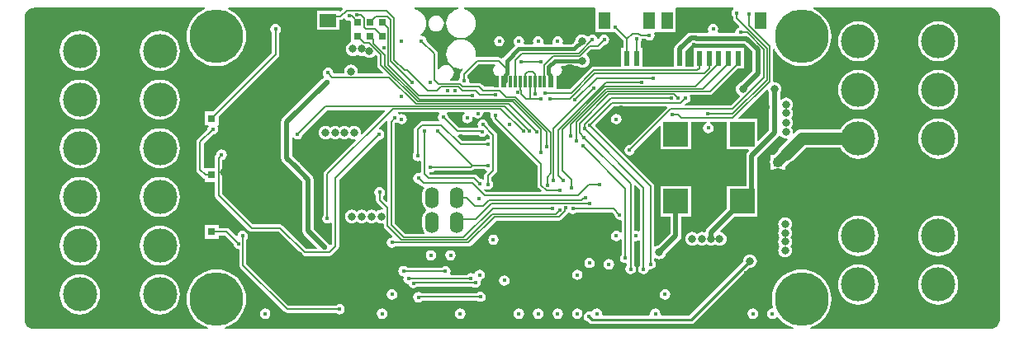
<source format=gbl>
G04*
G04 #@! TF.GenerationSoftware,Altium Limited,Altium Designer,20.0.2 (26)*
G04*
G04 Layer_Physical_Order=4*
G04 Layer_Color=16711680*
%FSLAX25Y25*%
%MOIN*%
G70*
G01*
G75*
%ADD10C,0.01000*%
%ADD20C,0.00500*%
%ADD102C,0.05000*%
%ADD103C,0.01500*%
%ADD104C,0.02000*%
%ADD108C,0.04000*%
%ADD109O,0.05512X0.08661*%
%ADD110R,0.05512X0.08661*%
%ADD111C,0.13780*%
%ADD112C,0.00394*%
%ADD113O,0.04724X0.08268*%
%ADD114O,0.04724X0.09055*%
%ADD115C,0.21654*%
%ADD116C,0.01772*%
%ADD117C,0.03150*%
%ADD118C,0.02165*%
%ADD120R,0.02362X0.04921*%
%ADD121R,0.01181X0.04921*%
%ADD122R,0.02362X0.06102*%
%ADD123R,0.04724X0.07087*%
%ADD124R,0.03543X0.03543*%
%ADD125R,0.06693X0.05512*%
%ADD126R,0.09843X0.09843*%
%ADD127R,0.03150X0.03150*%
G36*
X195298Y64549D02*
X196014Y64253D01*
X196659Y63822D01*
X197208Y63274D01*
X197638Y62629D01*
X197935Y61912D01*
X198087Y61151D01*
Y60764D01*
X198087Y60764D01*
Y-61283D01*
X198087D01*
X198072Y-61746D01*
X197935Y-62432D01*
X197638Y-63148D01*
X197208Y-63793D01*
X196659Y-64341D01*
X196014Y-64772D01*
X195298Y-65069D01*
X194537Y-65220D01*
X121492D01*
X121433Y-64720D01*
X121838Y-64623D01*
X123587Y-63899D01*
X125201Y-62910D01*
X126641Y-61680D01*
X127870Y-60241D01*
X128859Y-58627D01*
X129584Y-56878D01*
X130026Y-55037D01*
X130174Y-53150D01*
X130026Y-51262D01*
X129584Y-49422D01*
X128859Y-47673D01*
X127870Y-46059D01*
X126641Y-44619D01*
X125201Y-43390D01*
X123587Y-42401D01*
X121838Y-41676D01*
X119998Y-41234D01*
X118110Y-41086D01*
X116223Y-41234D01*
X114382Y-41676D01*
X112633Y-42401D01*
X111019Y-43390D01*
X109580Y-44619D01*
X108350Y-46059D01*
X107361Y-47673D01*
X106637Y-49422D01*
X106195Y-51262D01*
X106046Y-53150D01*
X106195Y-55037D01*
X106538Y-56466D01*
X106475Y-56588D01*
X106142Y-56959D01*
X105486Y-57090D01*
X104796Y-57551D01*
X104335Y-58241D01*
X104173Y-59055D01*
X104335Y-59869D01*
X104796Y-60559D01*
X105486Y-61020D01*
X106299Y-61182D01*
X107113Y-61020D01*
X107803Y-60559D01*
X107914Y-60393D01*
X108500Y-60416D01*
X109580Y-61680D01*
X111019Y-62910D01*
X112633Y-63899D01*
X114382Y-64623D01*
X114788Y-64720D01*
X114729Y-65220D01*
X-114729D01*
X-114788Y-64720D01*
X-114382Y-64623D01*
X-112633Y-63899D01*
X-111019Y-62910D01*
X-109580Y-61680D01*
X-108350Y-60241D01*
X-107361Y-58627D01*
X-106637Y-56878D01*
X-106195Y-55037D01*
X-106046Y-53150D01*
X-106195Y-51262D01*
X-106637Y-49422D01*
X-107361Y-47673D01*
X-108350Y-46059D01*
X-109580Y-44619D01*
X-111019Y-43390D01*
X-112633Y-42401D01*
X-114382Y-41676D01*
X-116223Y-41234D01*
X-118110Y-41086D01*
X-119998Y-41234D01*
X-121838Y-41676D01*
X-123587Y-42401D01*
X-125201Y-43390D01*
X-126641Y-44619D01*
X-127870Y-46059D01*
X-128859Y-47673D01*
X-129584Y-49422D01*
X-130026Y-51262D01*
X-130174Y-53150D01*
X-130026Y-55037D01*
X-129584Y-56878D01*
X-128859Y-58627D01*
X-127870Y-60241D01*
X-126641Y-61680D01*
X-125201Y-62910D01*
X-123587Y-63899D01*
X-121838Y-64623D01*
X-121433Y-64720D01*
X-121492Y-65220D01*
X-192065D01*
X-192826Y-65069D01*
X-193542Y-64772D01*
X-194187Y-64341D01*
X-194735Y-63793D01*
X-195166Y-63148D01*
X-195463Y-62432D01*
X-195614Y-61671D01*
Y-61283D01*
X-195614D01*
Y60764D01*
X-195614Y60764D01*
Y61151D01*
X-195463Y61912D01*
X-195166Y62629D01*
X-194735Y63274D01*
X-194187Y63822D01*
X-193542Y64253D01*
X-192826Y64549D01*
X-192151Y64684D01*
X-191677Y64701D01*
X-191677Y64701D01*
X-122957D01*
X-122858Y64201D01*
X-123587Y63899D01*
X-125201Y62910D01*
X-126641Y61680D01*
X-127870Y60241D01*
X-128859Y58627D01*
X-129584Y56878D01*
X-130026Y55037D01*
X-130174Y53150D01*
X-130026Y51262D01*
X-129584Y49422D01*
X-128859Y47673D01*
X-127870Y46059D01*
X-126641Y44619D01*
X-125201Y43390D01*
X-123587Y42401D01*
X-121838Y41676D01*
X-119998Y41234D01*
X-118110Y41086D01*
X-116223Y41234D01*
X-114382Y41676D01*
X-112633Y42401D01*
X-111019Y43390D01*
X-109580Y44619D01*
X-108350Y46059D01*
X-107361Y47673D01*
X-106637Y49422D01*
X-106195Y51262D01*
X-106046Y53150D01*
X-106195Y55037D01*
X-106637Y56878D01*
X-107361Y58627D01*
X-108350Y60241D01*
X-109580Y61680D01*
X-111019Y62910D01*
X-112633Y63899D01*
X-113363Y64201D01*
X-113263Y64701D01*
X-67297D01*
X-67090Y64201D01*
X-67992Y63299D01*
X-68454Y63490D01*
Y63649D01*
X-77547D01*
Y55737D01*
X-68454D01*
Y59722D01*
X-68000D01*
X-67434Y59834D01*
X-66955Y60155D01*
X-66727Y60382D01*
X-66229Y60334D01*
X-66004Y59996D01*
X-65314Y59535D01*
X-64500Y59373D01*
X-64161Y59441D01*
X-63775Y59123D01*
Y56178D01*
X-63775Y56178D01*
Y55822D01*
X-63775D01*
X-63775Y55678D01*
Y50711D01*
X-64391Y50455D01*
X-64971Y50011D01*
X-65416Y49431D01*
X-65696Y48756D01*
X-65791Y48031D01*
X-65696Y47307D01*
X-65416Y46632D01*
X-64971Y46053D01*
X-64391Y45608D01*
X-63717Y45328D01*
X-62992Y45233D01*
X-62268Y45328D01*
X-61593Y45608D01*
X-61221Y45893D01*
X-60848Y45608D01*
X-60173Y45328D01*
X-59449Y45233D01*
X-58724Y45328D01*
X-58423Y45453D01*
X-58278Y45265D01*
X-57699Y44820D01*
X-57024Y44541D01*
X-56299Y44445D01*
X-55575Y44541D01*
X-54900Y44820D01*
X-54320Y45265D01*
X-54107Y45542D01*
X-53492Y45601D01*
X-53129Y45257D01*
Y41414D01*
X-53016Y40848D01*
X-52696Y40369D01*
X-50881Y38554D01*
X-51073Y38093D01*
X-60635D01*
X-61031Y38593D01*
X-60981Y38976D01*
X-61076Y39701D01*
X-61356Y40376D01*
X-61800Y40955D01*
X-62380Y41400D01*
X-63055Y41680D01*
X-63779Y41775D01*
X-64504Y41680D01*
X-65179Y41400D01*
X-65759Y40955D01*
X-66203Y40376D01*
X-66483Y39701D01*
X-66578Y38976D01*
X-66528Y38593D01*
X-66924Y38093D01*
X-70609D01*
X-70973Y38400D01*
X-71135Y39214D01*
X-71596Y39904D01*
X-72286Y40365D01*
X-73100Y40527D01*
X-73914Y40365D01*
X-74604Y39904D01*
X-75065Y39214D01*
X-75227Y38400D01*
X-75065Y37586D01*
X-74807Y37200D01*
X-74898Y36547D01*
X-74913Y36528D01*
X-75268Y36291D01*
X-75508Y35932D01*
X-91350Y20090D01*
X-91836Y19362D01*
X-92007Y18504D01*
Y3937D01*
X-91836Y3079D01*
X-91350Y2351D01*
X-88106Y-893D01*
X-87866Y-1252D01*
X-87507Y-1492D01*
X-83346Y-5654D01*
Y-25591D01*
X-83175Y-26449D01*
X-82688Y-27177D01*
X-77553Y-32312D01*
X-77745Y-32774D01*
X-81927D01*
X-91336Y-23364D01*
X-91816Y-23044D01*
X-92382Y-22931D01*
X-103325D01*
X-115807Y-10449D01*
Y3169D01*
X-115222Y3286D01*
X-114532Y3747D01*
X-114071Y4437D01*
X-113909Y5251D01*
X-114071Y6064D01*
X-114532Y6754D01*
X-115222Y7215D01*
X-116035Y7377D01*
X-116849Y7215D01*
X-117539Y6754D01*
X-118000Y6064D01*
X-118162Y5251D01*
X-118156Y5221D01*
X-118331Y5046D01*
X-118651Y4566D01*
X-118764Y4000D01*
Y-178D01*
X-122775D01*
X-122775Y-178D01*
X-123222Y-49D01*
Y9788D01*
X-119530Y13479D01*
X-119500Y13473D01*
X-118686Y13635D01*
X-117996Y14096D01*
X-117535Y14786D01*
X-117373Y15600D01*
X-117535Y16414D01*
X-117743Y16725D01*
X-117476Y17225D01*
X-117225D01*
Y20684D01*
X-93155Y44755D01*
X-92834Y45234D01*
X-92722Y45800D01*
Y54579D01*
X-92696Y54596D01*
X-92235Y55286D01*
X-92073Y56100D01*
X-92235Y56914D01*
X-92696Y57604D01*
X-93386Y58065D01*
X-94200Y58227D01*
X-95014Y58065D01*
X-95704Y57604D01*
X-96165Y56914D01*
X-96327Y56100D01*
X-96165Y55286D01*
X-95704Y54596D01*
X-95678Y54579D01*
Y46412D01*
X-119316Y22775D01*
X-122775D01*
Y17225D01*
X-121524D01*
X-121257Y16725D01*
X-121465Y16414D01*
X-121627Y15600D01*
X-121621Y15570D01*
X-125745Y11445D01*
X-126066Y10966D01*
X-126178Y10400D01*
Y-800D01*
X-126066Y-1366D01*
X-125745Y-1845D01*
X-123593Y-3998D01*
X-123113Y-4319D01*
X-122775Y-4386D01*
Y-5728D01*
X-118764D01*
Y-11061D01*
X-118651Y-11627D01*
X-118331Y-12106D01*
X-104982Y-25455D01*
X-104503Y-25775D01*
X-103937Y-25888D01*
X-92994D01*
X-83584Y-35297D01*
X-83105Y-35618D01*
X-82539Y-35730D01*
X-72441D01*
X-71875Y-35618D01*
X-71396Y-35297D01*
X-69033Y-32935D01*
X-68713Y-32456D01*
X-68600Y-31890D01*
Y-4815D01*
X-52465Y11320D01*
X-52435Y11314D01*
X-51621Y11476D01*
X-50931Y11937D01*
X-50470Y12627D01*
X-50308Y13441D01*
X-50470Y14255D01*
X-50931Y14945D01*
X-51621Y15406D01*
X-52351Y15551D01*
X-52604Y16005D01*
X-49484Y19126D01*
X-49023Y18879D01*
X-49078Y18600D01*
Y-13477D01*
X-49540Y-13669D01*
X-50722Y-12488D01*
Y-11421D01*
X-50696Y-11404D01*
X-50235Y-10714D01*
X-50073Y-9900D01*
X-50235Y-9086D01*
X-50696Y-8396D01*
X-51386Y-7935D01*
X-52200Y-7773D01*
X-53014Y-7935D01*
X-53704Y-8396D01*
X-54165Y-9086D01*
X-54327Y-9900D01*
X-54165Y-10714D01*
X-53704Y-11404D01*
X-53678Y-11421D01*
Y-13100D01*
X-53566Y-13666D01*
X-53245Y-14145D01*
X-50923Y-16468D01*
X-51157Y-16941D01*
X-51575Y-16886D01*
X-52299Y-16982D01*
X-52974Y-17261D01*
X-53543Y-17698D01*
X-54112Y-17261D01*
X-54787Y-16982D01*
X-55512Y-16886D01*
X-56236Y-16982D01*
X-56911Y-17261D01*
X-57480Y-17698D01*
X-58049Y-17261D01*
X-58724Y-16982D01*
X-59449Y-16886D01*
X-60173Y-16982D01*
X-60848Y-17261D01*
X-61417Y-17698D01*
X-61987Y-17261D01*
X-62661Y-16982D01*
X-63386Y-16886D01*
X-64110Y-16982D01*
X-64785Y-17261D01*
X-65365Y-17706D01*
X-65810Y-18286D01*
X-66089Y-18961D01*
X-66185Y-19685D01*
X-66089Y-20409D01*
X-65810Y-21084D01*
X-65365Y-21664D01*
X-64785Y-22109D01*
X-64110Y-22388D01*
X-63386Y-22484D01*
X-62661Y-22388D01*
X-61987Y-22109D01*
X-61417Y-21672D01*
X-60848Y-22109D01*
X-60173Y-22388D01*
X-59449Y-22484D01*
X-58724Y-22388D01*
X-58049Y-22109D01*
X-57480Y-21672D01*
X-56911Y-22109D01*
X-56236Y-22388D01*
X-55512Y-22484D01*
X-54787Y-22388D01*
X-54112Y-22109D01*
X-53543Y-21672D01*
X-52974Y-22109D01*
X-52299Y-22388D01*
X-51575Y-22484D01*
X-51078Y-22418D01*
X-50578Y-22765D01*
Y-23500D01*
X-50466Y-24066D01*
X-50145Y-24545D01*
X-46984Y-27706D01*
X-47161Y-28089D01*
X-47221Y-28177D01*
X-48014Y-28335D01*
X-48704Y-28796D01*
X-49165Y-29486D01*
X-49327Y-30300D01*
X-49165Y-31114D01*
X-48704Y-31804D01*
X-48014Y-32265D01*
X-47200Y-32427D01*
X-46386Y-32265D01*
X-45696Y-31804D01*
X-45679Y-31778D01*
X-16300D01*
X-15734Y-31666D01*
X-15255Y-31345D01*
X-5288Y-21378D01*
X20200D01*
X20766Y-21266D01*
X21245Y-20945D01*
X23702Y-18489D01*
X23827Y-18302D01*
X23926Y-18260D01*
X24454Y-18209D01*
X24986Y-18565D01*
X25800Y-18727D01*
X26614Y-18565D01*
X27304Y-18104D01*
X27321Y-18078D01*
X41688D01*
X42579Y-18970D01*
X42573Y-19000D01*
X42735Y-19814D01*
X43196Y-20504D01*
X43886Y-20965D01*
X44700Y-21127D01*
X45035Y-21060D01*
X45422Y-21377D01*
Y-26069D01*
X44922Y-26220D01*
X44811Y-26055D01*
X44121Y-25594D01*
X43307Y-25432D01*
X42494Y-25594D01*
X41804Y-26055D01*
X41342Y-26745D01*
X41181Y-27559D01*
X41342Y-28373D01*
X41804Y-29063D01*
X42494Y-29524D01*
X43307Y-29686D01*
X44121Y-29524D01*
X44811Y-29063D01*
X44922Y-28897D01*
X45422Y-29049D01*
Y-34979D01*
X45396Y-34996D01*
X44935Y-35686D01*
X44773Y-36500D01*
X44935Y-37314D01*
X45396Y-38004D01*
X46086Y-38465D01*
X46900Y-38627D01*
X47235Y-38560D01*
X47622Y-38877D01*
Y-39479D01*
X47596Y-39496D01*
X47135Y-40186D01*
X46973Y-41000D01*
X47135Y-41814D01*
X47596Y-42504D01*
X48286Y-42965D01*
X49100Y-43127D01*
X49914Y-42965D01*
X50604Y-42504D01*
X51065Y-41814D01*
X51227Y-41000D01*
X51065Y-40186D01*
X50604Y-39496D01*
X50578Y-39479D01*
Y-29960D01*
X50965Y-29643D01*
X51181Y-29686D01*
X51995Y-29524D01*
X52322Y-29305D01*
X52822Y-29573D01*
Y-39479D01*
X52796Y-39496D01*
X52335Y-40186D01*
X52173Y-41000D01*
X52335Y-41814D01*
X52796Y-42504D01*
X53486Y-42965D01*
X54300Y-43127D01*
X55114Y-42965D01*
X55804Y-42504D01*
X56265Y-41814D01*
X56427Y-41000D01*
X56433Y-40994D01*
X57100Y-41127D01*
X57914Y-40965D01*
X58604Y-40504D01*
X59065Y-39814D01*
X59227Y-39000D01*
X59065Y-38186D01*
X58604Y-37496D01*
X58578Y-37479D01*
Y-36806D01*
X59078Y-36559D01*
X59231Y-36676D01*
X59906Y-36955D01*
X60630Y-37051D01*
X61354Y-36955D01*
X62029Y-36676D01*
X62609Y-36231D01*
X63054Y-35651D01*
X63333Y-34976D01*
X63372Y-34682D01*
X68909Y-29145D01*
X69395Y-28418D01*
X69566Y-27559D01*
Y-19704D01*
X73444D01*
Y-7461D01*
X61202D01*
Y-19704D01*
X65080D01*
Y-26630D01*
X60200Y-31510D01*
X59906Y-31549D01*
X59231Y-31828D01*
X59078Y-31945D01*
X58578Y-31698D01*
Y-7400D01*
X58466Y-6834D01*
X58145Y-6355D01*
X34932Y16859D01*
Y17541D01*
X42112Y24722D01*
X63578D01*
X63769Y24260D01*
X48730Y9221D01*
X48700Y9227D01*
X47886Y9065D01*
X47196Y8604D01*
X46735Y7914D01*
X46573Y7100D01*
X46735Y6286D01*
X47196Y5596D01*
X47886Y5135D01*
X48700Y4973D01*
X49514Y5135D01*
X50204Y5596D01*
X50665Y6286D01*
X50827Y7100D01*
X50821Y7130D01*
X60740Y17049D01*
X61202Y16858D01*
Y7461D01*
X73444D01*
Y18586D01*
X79742D01*
X79791Y18086D01*
X79686Y18065D01*
X78996Y17604D01*
X78535Y16914D01*
X78373Y16100D01*
X78535Y15286D01*
X78996Y14596D01*
X79686Y14135D01*
X80500Y13973D01*
X81314Y14135D01*
X82004Y14596D01*
X82465Y15286D01*
X82627Y16100D01*
X82465Y16914D01*
X82004Y17604D01*
X81314Y18065D01*
X81208Y18086D01*
X81258Y18586D01*
X81993D01*
X82173Y18622D01*
X87973D01*
Y7461D01*
X96636D01*
X96827Y7000D01*
X96430Y6602D01*
X95943Y5874D01*
X95773Y5016D01*
Y-7461D01*
X87973D01*
Y-16532D01*
X79910Y-24595D01*
X79424Y-25323D01*
X79335Y-25768D01*
X78765Y-26073D01*
X78677Y-26037D01*
X77953Y-25941D01*
X77228Y-26037D01*
X76553Y-26316D01*
X75984Y-26753D01*
X75415Y-26316D01*
X74740Y-26037D01*
X74016Y-25941D01*
X73291Y-26037D01*
X72616Y-26316D01*
X72037Y-26761D01*
X71592Y-27341D01*
X71312Y-28016D01*
X71217Y-28740D01*
X71312Y-29465D01*
X71592Y-30139D01*
X72037Y-30719D01*
X72616Y-31164D01*
X73291Y-31444D01*
X74016Y-31539D01*
X74740Y-31444D01*
X75415Y-31164D01*
X75984Y-30727D01*
X76553Y-31164D01*
X77228Y-31444D01*
X77953Y-31539D01*
X78677Y-31444D01*
X79352Y-31164D01*
X79724Y-30878D01*
X80097Y-31164D01*
X80772Y-31444D01*
X81496Y-31539D01*
X82220Y-31444D01*
X82895Y-31164D01*
X83268Y-30878D01*
X83640Y-31164D01*
X84315Y-31444D01*
X85039Y-31539D01*
X85764Y-31444D01*
X86439Y-31164D01*
X87018Y-30719D01*
X87463Y-30139D01*
X87743Y-29465D01*
X87838Y-28740D01*
X87743Y-28016D01*
X87463Y-27341D01*
X87018Y-26761D01*
X86439Y-26316D01*
X85764Y-26037D01*
X85548Y-26008D01*
X85369Y-25480D01*
X91145Y-19704D01*
X100216D01*
Y-9878D01*
X100259Y-9661D01*
Y4087D01*
X108786Y12614D01*
X108980Y12904D01*
X109585Y12910D01*
X109832Y12588D01*
X110412Y12143D01*
X111087Y11863D01*
X111811Y11768D01*
X112240Y11825D01*
X112473Y11351D01*
X109361Y8239D01*
X108768Y7466D01*
X108462Y6726D01*
X106907Y5172D01*
X105528D01*
Y3388D01*
X105382Y3035D01*
X105272Y2200D01*
X105382Y1365D01*
X105528Y1012D01*
Y-772D01*
X107312D01*
X107665Y-918D01*
X108500Y-1028D01*
X109335Y-918D01*
X109688Y-772D01*
X111472D01*
Y607D01*
X112844Y1979D01*
X112966Y1995D01*
X113866Y2368D01*
X114639Y2961D01*
X119757Y8079D01*
X133767D01*
X134186Y7295D01*
X135197Y6063D01*
X136429Y5052D01*
X137834Y4301D01*
X139359Y3838D01*
X140945Y3682D01*
X142531Y3838D01*
X144056Y4301D01*
X145461Y5052D01*
X146693Y6063D01*
X147704Y7295D01*
X148455Y8700D01*
X148918Y10225D01*
X149074Y11811D01*
X148918Y13397D01*
X148455Y14922D01*
X147704Y16327D01*
X146693Y17559D01*
X145461Y18570D01*
X144056Y19321D01*
X142531Y19784D01*
X140945Y19940D01*
X139359Y19784D01*
X137834Y19321D01*
X136429Y18570D01*
X135197Y17559D01*
X134186Y16327D01*
X133767Y15543D01*
X118211D01*
X117245Y15416D01*
X116345Y15043D01*
X115572Y14450D01*
X115027Y13905D01*
X114553Y14138D01*
X114610Y14567D01*
X114514Y15291D01*
X114235Y15966D01*
X113949Y16339D01*
X114235Y16711D01*
X114514Y17386D01*
X114610Y18110D01*
X114514Y18835D01*
X114235Y19510D01*
X113798Y20079D01*
X114235Y20648D01*
X114514Y21323D01*
X114610Y22047D01*
X114514Y22772D01*
X114235Y23447D01*
X113949Y23819D01*
X114235Y24191D01*
X114514Y24866D01*
X114610Y25591D01*
X114514Y26315D01*
X114235Y26990D01*
X113790Y27570D01*
X113210Y28014D01*
X112535Y28294D01*
X111811Y28389D01*
X111087Y28294D01*
X110412Y28014D01*
X109943Y27655D01*
X109443Y27820D01*
Y30265D01*
X109624Y30501D01*
X109903Y31176D01*
X109999Y31900D01*
X109903Y32624D01*
X109624Y33299D01*
X109179Y33879D01*
X108599Y34324D01*
X107924Y34603D01*
X107200Y34699D01*
X107045Y34678D01*
X106678Y35134D01*
Y48014D01*
X107178Y48114D01*
X107361Y47673D01*
X108350Y46059D01*
X109580Y44619D01*
X111019Y43390D01*
X112633Y42401D01*
X114382Y41676D01*
X116223Y41234D01*
X118110Y41086D01*
X119998Y41234D01*
X121838Y41676D01*
X123587Y42401D01*
X125201Y43390D01*
X126641Y44619D01*
X127870Y46059D01*
X128859Y47673D01*
X129584Y49422D01*
X130026Y51262D01*
X130174Y53150D01*
X130026Y55037D01*
X129584Y56878D01*
X128859Y58627D01*
X127870Y60241D01*
X126641Y61680D01*
X125201Y62910D01*
X123587Y63899D01*
X122858Y64201D01*
X122957Y64701D01*
X194150D01*
X194150Y64701D01*
X194537D01*
X195298Y64549D01*
D02*
G37*
G36*
X90541Y64201D02*
X90396Y64104D01*
X89935Y63414D01*
X89773Y62600D01*
X89935Y61786D01*
X90396Y61096D01*
X90422Y61079D01*
Y60462D01*
X90534Y59896D01*
X90855Y59417D01*
X93012Y57259D01*
X92848Y56717D01*
X92586Y56665D01*
X91896Y56204D01*
X91435Y55514D01*
X91273Y54700D01*
X91156Y54557D01*
X84479D01*
X84212Y55057D01*
X84365Y55286D01*
X84527Y56100D01*
X84365Y56914D01*
X83904Y57604D01*
X83214Y58065D01*
X82400Y58227D01*
X81586Y58065D01*
X80896Y57604D01*
X80435Y56914D01*
X80273Y56100D01*
X80435Y55286D01*
X80588Y55057D01*
X80321Y54557D01*
X75758D01*
X75398Y54629D01*
X73421D01*
X72563Y54458D01*
X72512Y54424D01*
X72322Y54387D01*
X71594Y53900D01*
X67312Y49618D01*
X66825Y48890D01*
X66756Y48542D01*
X66517D01*
Y40848D01*
X53956D01*
Y48542D01*
X53053D01*
Y50841D01*
X53079Y50858D01*
X53540Y51548D01*
X53642Y52065D01*
X55172D01*
X55189Y52039D01*
X55879Y51578D01*
X56693Y51417D01*
X57507Y51578D01*
X58197Y52039D01*
X58658Y52729D01*
X58820Y53543D01*
X58658Y54357D01*
X58588Y54461D01*
X58824Y54902D01*
X67342D01*
Y64389D01*
X67713Y64701D01*
X90390D01*
X90541Y64201D01*
D02*
G37*
G36*
X35021Y64389D02*
Y54902D01*
X42145D01*
Y54902D01*
X42158Y54913D01*
X42913Y54763D01*
X42943Y54769D01*
X46159Y51553D01*
Y48542D01*
X45257D01*
Y40848D01*
X34170D01*
X33604Y40736D01*
X33125Y40415D01*
X24488Y31778D01*
X19310D01*
Y37011D01*
X19826Y37113D01*
X20646Y37661D01*
X21194Y38481D01*
X21386Y39449D01*
X21194Y40416D01*
X20930Y40812D01*
X21197Y41312D01*
X27733D01*
X28301Y40876D01*
X28976Y40597D01*
X29700Y40501D01*
X30424Y40597D01*
X31099Y40876D01*
X31679Y41321D01*
X32124Y41901D01*
X32403Y42576D01*
X32499Y43300D01*
X32403Y44024D01*
X32124Y44699D01*
X31679Y45279D01*
X31402Y45492D01*
X31340Y46137D01*
X33025Y47822D01*
X35900D01*
X36466Y47934D01*
X36945Y48255D01*
X38370Y49679D01*
X38400Y49673D01*
X39214Y49835D01*
X39904Y50296D01*
X40365Y50986D01*
X40527Y51800D01*
X40365Y52614D01*
X39904Y53304D01*
X39214Y53765D01*
X38400Y53927D01*
X37586Y53765D01*
X36896Y53304D01*
X36435Y52614D01*
X36340Y52136D01*
X36185Y52058D01*
X35620Y52334D01*
X35565Y52614D01*
X35104Y53304D01*
X34414Y53765D01*
X33600Y53927D01*
X32786Y53765D01*
X32096Y53304D01*
X31956Y53094D01*
X31457Y53078D01*
X31379Y53179D01*
X30799Y53624D01*
X30124Y53903D01*
X29400Y53999D01*
X28676Y53903D01*
X28001Y53624D01*
X27421Y53179D01*
X26976Y52599D01*
X26697Y51924D01*
X26603Y51215D01*
X25408Y50020D01*
X21973D01*
X21680Y50520D01*
X21812Y51181D01*
X21650Y51995D01*
X21189Y52685D01*
X20499Y53146D01*
X19685Y53308D01*
X18871Y53146D01*
X18181Y52685D01*
X17720Y51995D01*
X17559Y51181D01*
X17690Y50520D01*
X17397Y50020D01*
X14099D01*
X13806Y50520D01*
X13938Y51181D01*
X13776Y51995D01*
X13315Y52685D01*
X12625Y53146D01*
X11811Y53308D01*
X10997Y53146D01*
X10307Y52685D01*
X9846Y51995D01*
X9685Y51181D01*
X9816Y50520D01*
X9523Y50020D01*
X6225D01*
X5932Y50520D01*
X6064Y51181D01*
X5902Y51995D01*
X5441Y52685D01*
X4751Y53146D01*
X3937Y53308D01*
X3123Y53146D01*
X2433Y52685D01*
X1972Y51995D01*
X1811Y51181D01*
X1972Y50367D01*
X2297Y49882D01*
X2423Y49643D01*
X2276Y49182D01*
X-2290Y44616D01*
X-2459Y44363D01*
X-3103Y44300D01*
X-3148Y44345D01*
X-3628Y44666D01*
X-4194Y44778D01*
X-12900D01*
X-13101Y44739D01*
X-13562Y45157D01*
X-13486Y45925D01*
X-13600Y47077D01*
X-13936Y48184D01*
X-14481Y49205D01*
X-15215Y50100D01*
X-16110Y50834D01*
X-17131Y51379D01*
X-18238Y51715D01*
X-19390Y51829D01*
X-20541Y51715D01*
X-21649Y51379D01*
X-22670Y50834D01*
X-23564Y50100D01*
X-24298Y49205D01*
X-24844Y48184D01*
X-25180Y47077D01*
X-25293Y45925D01*
X-25180Y44774D01*
X-24844Y43666D01*
X-24298Y42645D01*
X-23564Y41751D01*
X-22670Y41017D01*
X-21649Y40471D01*
X-20541Y40135D01*
X-19390Y40022D01*
X-18931Y40067D01*
X-18704Y39587D01*
X-19245Y39045D01*
X-19566Y38566D01*
X-19678Y38000D01*
Y36621D01*
X-19704Y36604D01*
X-20165Y35914D01*
X-20304Y35214D01*
X-23606D01*
X-23740Y35530D01*
X-23747Y35714D01*
X-23143Y36178D01*
X-22638Y36836D01*
X-22320Y37603D01*
X-22212Y38425D01*
X-22320Y39248D01*
X-22638Y40014D01*
X-23143Y40672D01*
X-23801Y41177D01*
X-24567Y41495D01*
X-25390Y41603D01*
X-26212Y41495D01*
X-26979Y41177D01*
X-27637Y40672D01*
X-28142Y40014D01*
X-28226Y39811D01*
X-28726Y39910D01*
Y46105D01*
X-28839Y46670D01*
X-29159Y47150D01*
X-33279Y51270D01*
X-33273Y51300D01*
X-33435Y52114D01*
X-33896Y52804D01*
X-34586Y53265D01*
X-35400Y53427D01*
X-35441Y53418D01*
X-35662Y53885D01*
X-35215Y54251D01*
X-34481Y55145D01*
X-33935Y56166D01*
X-33600Y57274D01*
X-33486Y58425D01*
X-33600Y59577D01*
X-33935Y60684D01*
X-34481Y61705D01*
X-35215Y62600D01*
X-36110Y63334D01*
X-37130Y63879D01*
X-38238Y64215D01*
X-38166Y64701D01*
X-20613D01*
X-20541Y64215D01*
X-21649Y63879D01*
X-22670Y63334D01*
X-23564Y62600D01*
X-24298Y61705D01*
X-24844Y60684D01*
X-25180Y59577D01*
X-25293Y58425D01*
X-25180Y57274D01*
X-24844Y56166D01*
X-24298Y55145D01*
X-23564Y54251D01*
X-22670Y53517D01*
X-21649Y52971D01*
X-20541Y52635D01*
X-19390Y52522D01*
X-18238Y52635D01*
X-17131Y52971D01*
X-16110Y53517D01*
X-15215Y54251D01*
X-14481Y55145D01*
X-13936Y56166D01*
X-13600Y57274D01*
X-13486Y58425D01*
X-13600Y59577D01*
X-13936Y60684D01*
X-14481Y61705D01*
X-15215Y62600D01*
X-16110Y63334D01*
X-17131Y63879D01*
X-18238Y64215D01*
X-18166Y64701D01*
X34650D01*
X35021Y64389D01*
D02*
G37*
G36*
X-5558Y41322D02*
X-5685Y41236D01*
X-6233Y40416D01*
X-6426Y39449D01*
X-6233Y38481D01*
X-5685Y37661D01*
X-4865Y37113D01*
X-4350Y37011D01*
Y32714D01*
X-9923D01*
X-11055Y33845D01*
X-11534Y34166D01*
X-12100Y34278D01*
X-15727D01*
X-16137Y34778D01*
X-16073Y35100D01*
X-16235Y35914D01*
X-16696Y36604D01*
X-16722Y36621D01*
Y37388D01*
X-12288Y41822D01*
X-5710D01*
X-5558Y41322D01*
D02*
G37*
G36*
X75469Y50071D02*
X95057D01*
X98157Y46971D01*
Y38996D01*
X93643Y34482D01*
X92980Y34207D01*
X92400Y33762D01*
X91955Y33183D01*
X91676Y32508D01*
X91580Y31784D01*
X91676Y31059D01*
X91955Y30384D01*
X92400Y29805D01*
X92980Y29360D01*
X93122Y29301D01*
X93220Y28810D01*
X89588Y25178D01*
X70922D01*
X70731Y25640D01*
X71070Y25979D01*
X71100Y25973D01*
X71914Y26135D01*
X72604Y26596D01*
X73065Y27286D01*
X73227Y28100D01*
X73065Y28914D01*
X73020Y28981D01*
X73256Y29422D01*
X81100D01*
X81666Y29534D01*
X82145Y29855D01*
X92331Y40040D01*
X94901D01*
Y48542D01*
X74391D01*
Y40848D01*
X71279D01*
Y47240D01*
X74181Y50143D01*
X75109D01*
X75469Y50071D01*
D02*
G37*
G36*
X-7383Y21922D02*
X-7527Y21200D01*
X-7365Y20386D01*
X-6904Y19696D01*
X-6812Y19635D01*
X-6766Y19401D01*
X-6445Y18922D01*
X11514Y962D01*
Y-7106D01*
X11626Y-7671D01*
X11947Y-8151D01*
X13055Y-9260D01*
X12864Y-9722D01*
X-9188D01*
X-10005Y-8905D01*
X-9686Y-8516D01*
X-9314Y-8765D01*
X-8500Y-8927D01*
X-7686Y-8765D01*
X-6996Y-8304D01*
X-6535Y-7614D01*
X-6373Y-6800D01*
X-6535Y-5986D01*
X-6996Y-5296D01*
X-7022Y-5279D01*
Y-3812D01*
X-5255Y-2045D01*
X-4934Y-1566D01*
X-4822Y-1000D01*
Y13200D01*
X-4934Y13766D01*
X-5255Y14245D01*
X-8479Y17470D01*
X-8473Y17500D01*
X-8635Y18314D01*
X-9096Y19004D01*
X-9786Y19465D01*
X-10600Y19627D01*
X-11414Y19465D01*
X-12104Y19004D01*
X-12565Y18314D01*
X-12727Y17500D01*
X-12573Y16728D01*
X-12587Y16606D01*
X-12789Y16228D01*
X-20238D01*
X-24479Y20470D01*
X-24473Y20500D01*
X-24635Y21314D01*
X-25041Y21922D01*
X-24890Y22422D01*
X-17980D01*
X-17828Y21922D01*
X-18304Y21604D01*
X-18765Y20914D01*
X-18927Y20100D01*
X-18765Y19286D01*
X-18304Y18596D01*
X-17614Y18135D01*
X-16800Y17973D01*
X-15986Y18135D01*
X-15296Y18596D01*
X-14835Y19286D01*
X-14673Y20100D01*
X-14772Y20596D01*
X-14301Y20791D01*
X-14104Y20496D01*
X-13414Y20035D01*
X-12600Y19873D01*
X-11786Y20035D01*
X-11096Y20496D01*
X-10635Y21186D01*
X-10473Y22000D01*
X-10480Y22035D01*
X-10163Y22422D01*
X-7648D01*
X-7383Y21922D01*
D02*
G37*
G36*
X-28159Y21922D02*
X-28565Y21314D01*
X-28727Y20500D01*
X-28565Y19686D01*
X-28292Y19278D01*
X-28560Y18778D01*
X-35200D01*
X-35766Y18666D01*
X-36245Y18345D01*
X-37945Y16645D01*
X-38266Y16166D01*
X-38378Y15600D01*
Y6092D01*
X-38765Y5514D01*
X-38927Y4700D01*
X-38765Y3886D01*
X-38304Y3196D01*
X-37614Y2735D01*
X-36800Y2573D01*
X-36078Y2717D01*
X-35578Y2452D01*
Y-1818D01*
X-36078Y-2177D01*
X-36600Y-2073D01*
X-37414Y-2235D01*
X-38104Y-2696D01*
X-38565Y-3386D01*
X-38727Y-4200D01*
X-38565Y-5014D01*
X-38104Y-5704D01*
X-37414Y-6165D01*
X-36600Y-6327D01*
X-36570Y-6321D01*
X-35645Y-7245D01*
X-35166Y-7566D01*
X-34600Y-7678D01*
X-34510D01*
X-34289Y-8127D01*
X-34558Y-8477D01*
X-34956Y-9440D01*
X-35092Y-10472D01*
Y-13622D01*
X-34956Y-14655D01*
X-34558Y-15617D01*
X-33924Y-16443D01*
X-33463Y-16797D01*
Y-17297D01*
X-33924Y-17651D01*
X-34558Y-18477D01*
X-34956Y-19440D01*
X-35092Y-20472D01*
Y-23622D01*
X-34956Y-24655D01*
X-34558Y-25617D01*
X-34017Y-26322D01*
X-34193Y-26822D01*
X-41888D01*
X-46122Y-22588D01*
Y17588D01*
X-46000Y18073D01*
X-45186Y18235D01*
X-44951Y18392D01*
X-44811Y18181D01*
X-44121Y17720D01*
X-43307Y17559D01*
X-42493Y17720D01*
X-41803Y18181D01*
X-41342Y18871D01*
X-41180Y19685D01*
X-41342Y20499D01*
X-41803Y21189D01*
X-42493Y21650D01*
X-43307Y21812D01*
X-44121Y21650D01*
X-44355Y21493D01*
X-44496Y21704D01*
X-44822Y21922D01*
X-44671Y22422D01*
X-28310D01*
X-28159Y21922D01*
D02*
G37*
G36*
X-49931Y22860D02*
X-59398Y13393D01*
X-59872Y13626D01*
X-59800Y14173D01*
X-59895Y14898D01*
X-60175Y15573D01*
X-60619Y16152D01*
X-61199Y16597D01*
X-61874Y16877D01*
X-62598Y16972D01*
X-63323Y16877D01*
X-63998Y16597D01*
X-64567Y16160D01*
X-65136Y16597D01*
X-65811Y16877D01*
X-66535Y16972D01*
X-67260Y16877D01*
X-67935Y16597D01*
X-68307Y16311D01*
X-68679Y16597D01*
X-69354Y16877D01*
X-70079Y16972D01*
X-70803Y16877D01*
X-71478Y16597D01*
X-72047Y16160D01*
X-72616Y16597D01*
X-73291Y16877D01*
X-74016Y16972D01*
X-74740Y16877D01*
X-75415Y16597D01*
X-75995Y16152D01*
X-76439Y15573D01*
X-76719Y14898D01*
X-76815Y14173D01*
X-76719Y13449D01*
X-76439Y12774D01*
X-75995Y12194D01*
X-75415Y11750D01*
X-74740Y11470D01*
X-74016Y11374D01*
X-73291Y11470D01*
X-72616Y11750D01*
X-72047Y12186D01*
X-71478Y11750D01*
X-70803Y11470D01*
X-70079Y11374D01*
X-69354Y11470D01*
X-68679Y11750D01*
X-68307Y12035D01*
X-67935Y11750D01*
X-67260Y11470D01*
X-66535Y11374D01*
X-65811Y11470D01*
X-65136Y11750D01*
X-64567Y12186D01*
X-63998Y11750D01*
X-63323Y11470D01*
X-62598Y11374D01*
X-62051Y11446D01*
X-61818Y10973D01*
X-74345Y-1555D01*
X-74666Y-2034D01*
X-74778Y-2600D01*
Y-18979D01*
X-74804Y-18996D01*
X-75265Y-19686D01*
X-75427Y-20500D01*
X-75265Y-21314D01*
X-74804Y-22004D01*
X-74114Y-22465D01*
X-73300Y-22627D01*
X-72486Y-22465D01*
X-72057Y-22178D01*
X-71557Y-22445D01*
Y-31064D01*
X-71842Y-31292D01*
X-72399Y-31184D01*
X-72764Y-30638D01*
X-73123Y-30398D01*
X-78859Y-24661D01*
Y-4724D01*
X-79030Y-3866D01*
X-79516Y-3138D01*
X-84335Y1680D01*
X-84575Y2039D01*
X-84934Y2279D01*
X-87521Y4866D01*
Y12120D01*
X-87021Y12271D01*
X-86904Y12096D01*
X-86214Y11635D01*
X-85400Y11473D01*
X-84586Y11635D01*
X-83896Y12096D01*
X-83435Y12786D01*
X-83273Y13600D01*
X-83279Y13630D01*
X-73588Y23322D01*
X-50122D01*
X-49931Y22860D01*
D02*
G37*
G36*
X-7778Y12588D02*
Y11897D01*
X-8165Y11580D01*
X-8400Y11627D01*
X-9214Y11465D01*
X-9904Y11004D01*
X-9921Y10978D01*
X-18988D01*
X-20781Y12772D01*
X-20574Y13272D01*
X-12421D01*
X-12304Y13096D01*
X-11614Y12635D01*
X-10800Y12473D01*
X-9986Y12635D01*
X-9296Y13096D01*
X-9111Y13374D01*
X-8613Y13422D01*
X-7778Y12588D01*
D02*
G37*
G36*
X104459Y31461D02*
X104497Y31176D01*
X104776Y30501D01*
X104957Y30265D01*
Y15129D01*
X100678Y10850D01*
X100216Y11041D01*
Y19704D01*
X92648D01*
X92457Y20166D01*
X103931Y31640D01*
X104459Y31461D01*
D02*
G37*
G36*
X-10104Y-504D02*
X-9414Y-965D01*
X-9121Y-1023D01*
X-8956Y-1566D01*
X-9545Y-2155D01*
X-9866Y-2634D01*
X-9978Y-3200D01*
Y-4640D01*
X-10478Y-4874D01*
X-10986Y-4535D01*
X-11800Y-4373D01*
X-11830Y-4379D01*
X-12955Y-3255D01*
X-13434Y-2934D01*
X-14000Y-2822D01*
X-31788D01*
X-32290Y-2319D01*
X-32044Y-1858D01*
X-31700Y-1927D01*
X-30886Y-1765D01*
X-30196Y-1304D01*
X-30179Y-1278D01*
X-15600D01*
X-15034Y-1166D01*
X-14555Y-845D01*
X-14188Y-478D01*
X-10121D01*
X-10104Y-504D01*
D02*
G37*
G36*
X52822Y-8812D02*
Y-25545D01*
X52322Y-25812D01*
X51995Y-25594D01*
X51181Y-25432D01*
X50965Y-25475D01*
X50578Y-25158D01*
Y-7276D01*
X51078Y-7069D01*
X52822Y-8812D01*
D02*
G37*
%LPC*%
G36*
X173228Y59310D02*
X171642Y59154D01*
X170118Y58691D01*
X168712Y57940D01*
X167480Y56929D01*
X166469Y55697D01*
X165718Y54292D01*
X165256Y52767D01*
X165100Y51181D01*
X165256Y49595D01*
X165718Y48070D01*
X166469Y46665D01*
X167480Y45433D01*
X168712Y44422D01*
X170118Y43671D01*
X171642Y43208D01*
X173228Y43052D01*
X174814Y43208D01*
X176339Y43671D01*
X177744Y44422D01*
X178976Y45433D01*
X179987Y46665D01*
X180738Y48070D01*
X181201Y49595D01*
X181357Y51181D01*
X181201Y52767D01*
X180738Y54292D01*
X179987Y55697D01*
X178976Y56929D01*
X177744Y57940D01*
X176339Y58691D01*
X174814Y59154D01*
X173228Y59310D01*
D02*
G37*
G36*
X140945D02*
X139359Y59154D01*
X137834Y58691D01*
X136429Y57940D01*
X135197Y56929D01*
X134186Y55697D01*
X133435Y54292D01*
X132972Y52767D01*
X132816Y51181D01*
X132972Y49595D01*
X133435Y48070D01*
X134186Y46665D01*
X135197Y45433D01*
X136429Y44422D01*
X137834Y43671D01*
X139359Y43208D01*
X140945Y43052D01*
X142531Y43208D01*
X144056Y43671D01*
X145461Y44422D01*
X146693Y45433D01*
X147704Y46665D01*
X148455Y48070D01*
X148918Y49595D01*
X149074Y51181D01*
X148918Y52767D01*
X148455Y54292D01*
X147704Y55697D01*
X146693Y56929D01*
X145461Y57940D01*
X144056Y58691D01*
X142531Y59154D01*
X140945Y59310D01*
D02*
G37*
G36*
X-140945Y55373D02*
X-142531Y55217D01*
X-144056Y54754D01*
X-145461Y54003D01*
X-146693Y52992D01*
X-147704Y51760D01*
X-148455Y50355D01*
X-148918Y48830D01*
X-149074Y47244D01*
X-148918Y45658D01*
X-148455Y44133D01*
X-147704Y42728D01*
X-146693Y41496D01*
X-145461Y40485D01*
X-144056Y39734D01*
X-142531Y39271D01*
X-140945Y39115D01*
X-139359Y39271D01*
X-137834Y39734D01*
X-136429Y40485D01*
X-135197Y41496D01*
X-134186Y42728D01*
X-133435Y44133D01*
X-132972Y45658D01*
X-132816Y47244D01*
X-132972Y48830D01*
X-133435Y50355D01*
X-134186Y51760D01*
X-135197Y52992D01*
X-136429Y54003D01*
X-137834Y54754D01*
X-139359Y55217D01*
X-140945Y55373D01*
D02*
G37*
G36*
X-173228D02*
X-174814Y55217D01*
X-176339Y54754D01*
X-177744Y54003D01*
X-178976Y52992D01*
X-179987Y51760D01*
X-180738Y50355D01*
X-181201Y48830D01*
X-181357Y47244D01*
X-181201Y45658D01*
X-180738Y44133D01*
X-179987Y42728D01*
X-178976Y41496D01*
X-177744Y40485D01*
X-176339Y39734D01*
X-174814Y39271D01*
X-173228Y39115D01*
X-171642Y39271D01*
X-170118Y39734D01*
X-168712Y40485D01*
X-167480Y41496D01*
X-166469Y42728D01*
X-165718Y44133D01*
X-165256Y45658D01*
X-165100Y47244D01*
X-165256Y48830D01*
X-165718Y50355D01*
X-166469Y51760D01*
X-167480Y52992D01*
X-168712Y54003D01*
X-170118Y54754D01*
X-171642Y55217D01*
X-173228Y55373D01*
D02*
G37*
G36*
X173228Y39625D02*
X171642Y39469D01*
X170118Y39006D01*
X168712Y38255D01*
X167480Y37244D01*
X166469Y36012D01*
X165718Y34607D01*
X165256Y33082D01*
X165100Y31496D01*
X165256Y29910D01*
X165718Y28385D01*
X166469Y26980D01*
X167480Y25748D01*
X168712Y24737D01*
X170118Y23986D01*
X171642Y23523D01*
X173228Y23367D01*
X174814Y23523D01*
X176339Y23986D01*
X177744Y24737D01*
X178976Y25748D01*
X179987Y26980D01*
X180738Y28385D01*
X181201Y29910D01*
X181357Y31496D01*
X181201Y33082D01*
X180738Y34607D01*
X179987Y36012D01*
X178976Y37244D01*
X177744Y38255D01*
X176339Y39006D01*
X174814Y39469D01*
X173228Y39625D01*
D02*
G37*
G36*
X140945D02*
X139359Y39469D01*
X137834Y39006D01*
X136429Y38255D01*
X135197Y37244D01*
X134186Y36012D01*
X133435Y34607D01*
X132972Y33082D01*
X132816Y31496D01*
X132972Y29910D01*
X133435Y28385D01*
X134186Y26980D01*
X135197Y25748D01*
X136429Y24737D01*
X137834Y23986D01*
X139359Y23523D01*
X140945Y23367D01*
X142531Y23523D01*
X144056Y23986D01*
X145461Y24737D01*
X146693Y25748D01*
X147704Y26980D01*
X148455Y28385D01*
X148918Y29910D01*
X149074Y31496D01*
X148918Y33082D01*
X148455Y34607D01*
X147704Y36012D01*
X146693Y37244D01*
X145461Y38255D01*
X144056Y39006D01*
X142531Y39469D01*
X140945Y39625D01*
D02*
G37*
G36*
X-140945Y35688D02*
X-142531Y35532D01*
X-144056Y35069D01*
X-145461Y34318D01*
X-146693Y33307D01*
X-147704Y32075D01*
X-148455Y30670D01*
X-148918Y29145D01*
X-149074Y27559D01*
X-148918Y25973D01*
X-148455Y24448D01*
X-147704Y23043D01*
X-146693Y21811D01*
X-145461Y20800D01*
X-144056Y20049D01*
X-142531Y19586D01*
X-140945Y19430D01*
X-139359Y19586D01*
X-137834Y20049D01*
X-136429Y20800D01*
X-135197Y21811D01*
X-134186Y23043D01*
X-133435Y24448D01*
X-132972Y25973D01*
X-132816Y27559D01*
X-132972Y29145D01*
X-133435Y30670D01*
X-134186Y32075D01*
X-135197Y33307D01*
X-136429Y34318D01*
X-137834Y35069D01*
X-139359Y35532D01*
X-140945Y35688D01*
D02*
G37*
G36*
X-173228D02*
X-174814Y35532D01*
X-176339Y35069D01*
X-177744Y34318D01*
X-178976Y33307D01*
X-179987Y32075D01*
X-180738Y30670D01*
X-181201Y29145D01*
X-181357Y27559D01*
X-181201Y25973D01*
X-180738Y24448D01*
X-179987Y23043D01*
X-178976Y21811D01*
X-177744Y20800D01*
X-176339Y20049D01*
X-174814Y19586D01*
X-173228Y19430D01*
X-171642Y19586D01*
X-170118Y20049D01*
X-168712Y20800D01*
X-167480Y21811D01*
X-166469Y23043D01*
X-165718Y24448D01*
X-165256Y25973D01*
X-165100Y27559D01*
X-165256Y29145D01*
X-165718Y30670D01*
X-166469Y32075D01*
X-167480Y33307D01*
X-168712Y34318D01*
X-170118Y35069D01*
X-171642Y35532D01*
X-173228Y35688D01*
D02*
G37*
G36*
X43307Y21812D02*
X42494Y21650D01*
X41804Y21189D01*
X41342Y20499D01*
X41181Y19685D01*
X41342Y18871D01*
X41804Y18181D01*
X42494Y17720D01*
X43307Y17559D01*
X44121Y17720D01*
X44811Y18181D01*
X45272Y18871D01*
X45434Y19685D01*
X45272Y20499D01*
X44811Y21189D01*
X44121Y21650D01*
X43307Y21812D01*
D02*
G37*
G36*
X173228Y19940D02*
X171642Y19784D01*
X170118Y19321D01*
X168712Y18570D01*
X167480Y17559D01*
X166469Y16327D01*
X165718Y14922D01*
X165256Y13397D01*
X165100Y11811D01*
X165256Y10225D01*
X165718Y8700D01*
X166469Y7295D01*
X167480Y6063D01*
X168712Y5052D01*
X170118Y4301D01*
X171642Y3838D01*
X173228Y3682D01*
X174814Y3838D01*
X176339Y4301D01*
X177744Y5052D01*
X178976Y6063D01*
X179987Y7295D01*
X180738Y8700D01*
X181201Y10225D01*
X181357Y11811D01*
X181201Y13397D01*
X180738Y14922D01*
X179987Y16327D01*
X178976Y17559D01*
X177744Y18570D01*
X176339Y19321D01*
X174814Y19784D01*
X173228Y19940D01*
D02*
G37*
G36*
X-140945Y16003D02*
X-142531Y15847D01*
X-144056Y15384D01*
X-145461Y14633D01*
X-146693Y13622D01*
X-147704Y12390D01*
X-148455Y10985D01*
X-148918Y9460D01*
X-149074Y7874D01*
X-148918Y6288D01*
X-148455Y4763D01*
X-147704Y3358D01*
X-146693Y2126D01*
X-145461Y1115D01*
X-144056Y364D01*
X-142531Y-99D01*
X-140945Y-255D01*
X-139359Y-99D01*
X-137834Y364D01*
X-136429Y1115D01*
X-135197Y2126D01*
X-134186Y3358D01*
X-133435Y4763D01*
X-132972Y6288D01*
X-132816Y7874D01*
X-132972Y9460D01*
X-133435Y10985D01*
X-134186Y12390D01*
X-135197Y13622D01*
X-136429Y14633D01*
X-137834Y15384D01*
X-139359Y15847D01*
X-140945Y16003D01*
D02*
G37*
G36*
X-173228D02*
X-174814Y15847D01*
X-176339Y15384D01*
X-177744Y14633D01*
X-178976Y13622D01*
X-179987Y12390D01*
X-180738Y10985D01*
X-181201Y9460D01*
X-181357Y7874D01*
X-181201Y6288D01*
X-180738Y4763D01*
X-179987Y3358D01*
X-178976Y2126D01*
X-177744Y1115D01*
X-176339Y364D01*
X-174814Y-99D01*
X-173228Y-255D01*
X-171642Y-99D01*
X-170118Y364D01*
X-168712Y1115D01*
X-167480Y2126D01*
X-166469Y3358D01*
X-165718Y4763D01*
X-165256Y6288D01*
X-165100Y7874D01*
X-165256Y9460D01*
X-165718Y10985D01*
X-166469Y12390D01*
X-167480Y13622D01*
X-168712Y14633D01*
X-170118Y15384D01*
X-171642Y15847D01*
X-173228Y16003D01*
D02*
G37*
G36*
X-140945Y-3682D02*
X-142531Y-3838D01*
X-144056Y-4301D01*
X-145461Y-5052D01*
X-146693Y-6063D01*
X-147704Y-7295D01*
X-148455Y-8700D01*
X-148918Y-10225D01*
X-149074Y-11811D01*
X-148918Y-13397D01*
X-148455Y-14922D01*
X-147704Y-16327D01*
X-146693Y-17559D01*
X-145461Y-18570D01*
X-144056Y-19321D01*
X-142531Y-19784D01*
X-140945Y-19940D01*
X-139359Y-19784D01*
X-137834Y-19321D01*
X-136429Y-18570D01*
X-135197Y-17559D01*
X-134186Y-16327D01*
X-133435Y-14922D01*
X-132972Y-13397D01*
X-132816Y-11811D01*
X-132972Y-10225D01*
X-133435Y-8700D01*
X-134186Y-7295D01*
X-135197Y-6063D01*
X-136429Y-5052D01*
X-137834Y-4301D01*
X-139359Y-3838D01*
X-140945Y-3682D01*
D02*
G37*
G36*
X-173228D02*
X-174814Y-3838D01*
X-176339Y-4301D01*
X-177744Y-5052D01*
X-178976Y-6063D01*
X-179987Y-7295D01*
X-180738Y-8700D01*
X-181201Y-10225D01*
X-181357Y-11811D01*
X-181201Y-13397D01*
X-180738Y-14922D01*
X-179987Y-16327D01*
X-178976Y-17559D01*
X-177744Y-18570D01*
X-176339Y-19321D01*
X-174814Y-19784D01*
X-173228Y-19940D01*
X-171642Y-19784D01*
X-170118Y-19321D01*
X-168712Y-18570D01*
X-167480Y-17559D01*
X-166469Y-16327D01*
X-165718Y-14922D01*
X-165256Y-13397D01*
X-165100Y-11811D01*
X-165256Y-10225D01*
X-165718Y-8700D01*
X-166469Y-7295D01*
X-167480Y-6063D01*
X-168712Y-5052D01*
X-170118Y-4301D01*
X-171642Y-3838D01*
X-173228Y-3682D01*
D02*
G37*
G36*
X-6299Y-27007D02*
X-7113Y-27169D01*
X-7803Y-27630D01*
X-8264Y-28320D01*
X-8426Y-29134D01*
X-8264Y-29948D01*
X-7803Y-30638D01*
X-7113Y-31099D01*
X-6299Y-31260D01*
X-5485Y-31099D01*
X-4795Y-30638D01*
X-4334Y-29948D01*
X-4172Y-29134D01*
X-4334Y-28320D01*
X-4795Y-27630D01*
X-5485Y-27169D01*
X-6299Y-27007D01*
D02*
G37*
G36*
X173228Y-19430D02*
X171642Y-19586D01*
X170118Y-20049D01*
X168712Y-20800D01*
X167480Y-21811D01*
X166469Y-23043D01*
X165718Y-24448D01*
X165256Y-25973D01*
X165100Y-27559D01*
X165256Y-29145D01*
X165718Y-30670D01*
X166469Y-32075D01*
X167480Y-33307D01*
X168712Y-34318D01*
X170118Y-35069D01*
X171642Y-35532D01*
X173228Y-35688D01*
X174814Y-35532D01*
X176339Y-35069D01*
X177744Y-34318D01*
X178976Y-33307D01*
X179987Y-32075D01*
X180738Y-30670D01*
X181201Y-29145D01*
X181357Y-27559D01*
X181201Y-25973D01*
X180738Y-24448D01*
X179987Y-23043D01*
X178976Y-21811D01*
X177744Y-20800D01*
X176339Y-20049D01*
X174814Y-19586D01*
X173228Y-19430D01*
D02*
G37*
G36*
X140945D02*
X139359Y-19586D01*
X137834Y-20049D01*
X136429Y-20800D01*
X135197Y-21811D01*
X134186Y-23043D01*
X133435Y-24448D01*
X132972Y-25973D01*
X132816Y-27559D01*
X132972Y-29145D01*
X133435Y-30670D01*
X134186Y-32075D01*
X135197Y-33307D01*
X136429Y-34318D01*
X137834Y-35069D01*
X139359Y-35532D01*
X140945Y-35688D01*
X142531Y-35532D01*
X144056Y-35069D01*
X145461Y-34318D01*
X146693Y-33307D01*
X147704Y-32075D01*
X148455Y-30670D01*
X148918Y-29145D01*
X149074Y-27559D01*
X148918Y-25973D01*
X148455Y-24448D01*
X147704Y-23043D01*
X146693Y-21811D01*
X145461Y-20800D01*
X144056Y-20049D01*
X142531Y-19586D01*
X140945Y-19430D01*
D02*
G37*
G36*
X111417Y-20036D02*
X110693Y-20131D01*
X110018Y-20411D01*
X109438Y-20856D01*
X108993Y-21435D01*
X108714Y-22110D01*
X108619Y-22835D01*
X108714Y-23559D01*
X108993Y-24234D01*
X109279Y-24606D01*
X108993Y-24979D01*
X108714Y-25654D01*
X108619Y-26378D01*
X108714Y-27102D01*
X108993Y-27777D01*
X109279Y-28150D01*
X108993Y-28522D01*
X108714Y-29197D01*
X108619Y-29921D01*
X108714Y-30646D01*
X108993Y-31321D01*
X109279Y-31693D01*
X108993Y-32065D01*
X108714Y-32740D01*
X108619Y-33465D01*
X108714Y-34189D01*
X108993Y-34864D01*
X109438Y-35444D01*
X110018Y-35888D01*
X110693Y-36168D01*
X111417Y-36263D01*
X112142Y-36168D01*
X112817Y-35888D01*
X113396Y-35444D01*
X113841Y-34864D01*
X114121Y-34189D01*
X114216Y-33465D01*
X114121Y-32740D01*
X113841Y-32065D01*
X113555Y-31693D01*
X113841Y-31321D01*
X114121Y-30646D01*
X114216Y-29921D01*
X114121Y-29197D01*
X113841Y-28522D01*
X113555Y-28150D01*
X113841Y-27777D01*
X114121Y-27102D01*
X114216Y-26378D01*
X114121Y-25654D01*
X113841Y-24979D01*
X113555Y-24606D01*
X113841Y-24234D01*
X114121Y-23559D01*
X114216Y-22835D01*
X114121Y-22110D01*
X113841Y-21435D01*
X113396Y-20856D01*
X112817Y-20411D01*
X112142Y-20131D01*
X111417Y-20036D01*
D02*
G37*
G36*
X-23622Y-33306D02*
X-24436Y-33468D01*
X-25126Y-33929D01*
X-25587Y-34619D01*
X-25749Y-35433D01*
X-25587Y-36247D01*
X-25126Y-36937D01*
X-24436Y-37398D01*
X-23622Y-37560D01*
X-22808Y-37398D01*
X-22118Y-36937D01*
X-21657Y-36247D01*
X-21495Y-35433D01*
X-21657Y-34619D01*
X-22118Y-33929D01*
X-22808Y-33468D01*
X-23622Y-33306D01*
D02*
G37*
G36*
X-31496D02*
X-32310Y-33468D01*
X-33000Y-33929D01*
X-33461Y-34619D01*
X-33623Y-35433D01*
X-33461Y-36247D01*
X-33000Y-36937D01*
X-32310Y-37398D01*
X-31496Y-37560D01*
X-30682Y-37398D01*
X-29992Y-36937D01*
X-29531Y-36247D01*
X-29369Y-35433D01*
X-29531Y-34619D01*
X-29992Y-33929D01*
X-30682Y-33468D01*
X-31496Y-33306D01*
D02*
G37*
G36*
X-140945Y-23367D02*
X-142531Y-23523D01*
X-144056Y-23986D01*
X-145461Y-24737D01*
X-146693Y-25748D01*
X-147704Y-26980D01*
X-148455Y-28385D01*
X-148918Y-29910D01*
X-149074Y-31496D01*
X-148918Y-33082D01*
X-148455Y-34607D01*
X-147704Y-36012D01*
X-146693Y-37244D01*
X-145461Y-38255D01*
X-144056Y-39006D01*
X-142531Y-39469D01*
X-140945Y-39625D01*
X-139359Y-39469D01*
X-137834Y-39006D01*
X-136429Y-38255D01*
X-135197Y-37244D01*
X-134186Y-36012D01*
X-133435Y-34607D01*
X-132972Y-33082D01*
X-132816Y-31496D01*
X-132972Y-29910D01*
X-133435Y-28385D01*
X-134186Y-26980D01*
X-135197Y-25748D01*
X-136429Y-24737D01*
X-137834Y-23986D01*
X-139359Y-23523D01*
X-140945Y-23367D01*
D02*
G37*
G36*
X-173228D02*
X-174814Y-23523D01*
X-176339Y-23986D01*
X-177744Y-24737D01*
X-178976Y-25748D01*
X-179987Y-26980D01*
X-180738Y-28385D01*
X-181201Y-29910D01*
X-181357Y-31496D01*
X-181201Y-33082D01*
X-180738Y-34607D01*
X-179987Y-36012D01*
X-178976Y-37244D01*
X-177744Y-38255D01*
X-176339Y-39006D01*
X-174814Y-39469D01*
X-173228Y-39625D01*
X-171642Y-39469D01*
X-170118Y-39006D01*
X-168712Y-38255D01*
X-167480Y-37244D01*
X-166469Y-36012D01*
X-165718Y-34607D01*
X-165256Y-33082D01*
X-165100Y-31496D01*
X-165256Y-29910D01*
X-165718Y-28385D01*
X-166469Y-26980D01*
X-167480Y-25748D01*
X-168712Y-24737D01*
X-170118Y-23986D01*
X-171642Y-23523D01*
X-173228Y-23367D01*
D02*
G37*
G36*
X97244Y-34997D02*
X96520Y-35092D01*
X95845Y-35372D01*
X95265Y-35816D01*
X94820Y-36396D01*
X94541Y-37071D01*
X94445Y-37795D01*
X94468Y-37968D01*
X72752Y-59684D01*
X61451D01*
X61134Y-59298D01*
X61182Y-59055D01*
X61020Y-58241D01*
X60559Y-57551D01*
X59869Y-57090D01*
X59055Y-56928D01*
X58241Y-57090D01*
X57552Y-57551D01*
X57091Y-58241D01*
X56929Y-59055D01*
X56977Y-59298D01*
X56660Y-59684D01*
X37829D01*
X37512Y-59298D01*
X37560Y-59055D01*
X37398Y-58241D01*
X36937Y-57551D01*
X36247Y-57090D01*
X35433Y-56928D01*
X34619Y-57090D01*
X33929Y-57551D01*
X33468Y-58241D01*
X32958Y-58244D01*
X32283Y-58109D01*
X31470Y-58271D01*
X30780Y-58732D01*
X30319Y-59422D01*
X30157Y-60236D01*
X30319Y-61050D01*
X30780Y-61740D01*
X31470Y-62201D01*
X31878Y-62282D01*
X32239Y-62643D01*
X32801Y-63019D01*
X33465Y-63151D01*
X73470D01*
X74133Y-63019D01*
X74696Y-62643D01*
X96803Y-40536D01*
X97244Y-40594D01*
X97969Y-40499D01*
X98643Y-40219D01*
X99223Y-39774D01*
X99668Y-39195D01*
X99948Y-38520D01*
X100043Y-37795D01*
X99948Y-37071D01*
X99668Y-36396D01*
X99223Y-35816D01*
X98643Y-35372D01*
X97969Y-35092D01*
X97244Y-34997D01*
D02*
G37*
G36*
X32508Y-36381D02*
X31694Y-36543D01*
X31004Y-37004D01*
X30543Y-37694D01*
X30381Y-38508D01*
X30543Y-39322D01*
X31004Y-40012D01*
X31694Y-40473D01*
X32508Y-40635D01*
X33322Y-40473D01*
X34012Y-40012D01*
X34473Y-39322D01*
X34635Y-38508D01*
X34473Y-37694D01*
X34012Y-37004D01*
X33322Y-36543D01*
X32508Y-36381D01*
D02*
G37*
G36*
X40265Y-36958D02*
X39452Y-37119D01*
X38762Y-37580D01*
X38300Y-38270D01*
X38139Y-39084D01*
X38300Y-39898D01*
X38762Y-40588D01*
X39452Y-41049D01*
X40265Y-41211D01*
X41079Y-41049D01*
X41769Y-40588D01*
X42230Y-39898D01*
X42392Y-39084D01*
X42230Y-38270D01*
X41769Y-37580D01*
X41079Y-37119D01*
X40265Y-36958D01*
D02*
G37*
G36*
X27559Y-41180D02*
X26745Y-41342D01*
X26055Y-41803D01*
X25594Y-42493D01*
X25433Y-43307D01*
X25594Y-44121D01*
X26055Y-44811D01*
X26745Y-45272D01*
X27559Y-45434D01*
X28373Y-45272D01*
X29063Y-44811D01*
X29524Y-44121D01*
X29686Y-43307D01*
X29524Y-42493D01*
X29063Y-41803D01*
X28373Y-41342D01*
X27559Y-41180D01*
D02*
G37*
G36*
X-1892Y-43481D02*
X-2706Y-43643D01*
X-3396Y-44104D01*
X-3857Y-44794D01*
X-4019Y-45608D01*
X-3857Y-46422D01*
X-3396Y-47112D01*
X-2706Y-47573D01*
X-1892Y-47735D01*
X-1078Y-47573D01*
X-388Y-47112D01*
X73Y-46422D01*
X234Y-45608D01*
X73Y-44794D01*
X-388Y-44104D01*
X-1078Y-43643D01*
X-1892Y-43481D01*
D02*
G37*
G36*
X-42500Y-39673D02*
X-43314Y-39835D01*
X-44004Y-40296D01*
X-44465Y-40986D01*
X-44627Y-41800D01*
X-44465Y-42614D01*
X-44004Y-43304D01*
X-43314Y-43765D01*
X-42941Y-43839D01*
X-42524Y-44064D01*
X-42578Y-44382D01*
X-42678Y-44882D01*
X-42516Y-45696D01*
X-42055Y-46386D01*
X-41365Y-46847D01*
X-40551Y-47009D01*
X-40541Y-47006D01*
X-40449Y-47467D01*
X-39988Y-48157D01*
X-39298Y-48618D01*
X-38484Y-48780D01*
X-37670Y-48618D01*
X-36981Y-48157D01*
X-36898Y-48033D01*
X-14977D01*
X-14397Y-48421D01*
X-13583Y-48583D01*
X-12769Y-48421D01*
X-12079Y-47960D01*
X-11618Y-47271D01*
X-11456Y-46457D01*
X-11568Y-45895D01*
X-11274Y-45327D01*
X-10997Y-45272D01*
X-10307Y-44811D01*
X-9846Y-44121D01*
X-9684Y-43307D01*
X-9846Y-42493D01*
X-10307Y-41803D01*
X-10997Y-41342D01*
X-11811Y-41180D01*
X-12625Y-41342D01*
X-13315Y-41803D01*
X-13776Y-42493D01*
X-13811Y-42672D01*
X-14367Y-42902D01*
X-14639Y-42720D01*
X-15453Y-42558D01*
X-16267Y-42720D01*
X-16957Y-43181D01*
X-17039Y-43305D01*
X-23600D01*
X-23836Y-42864D01*
X-23735Y-42714D01*
X-23573Y-41900D01*
X-23735Y-41086D01*
X-24196Y-40396D01*
X-24886Y-39935D01*
X-25700Y-39773D01*
X-26514Y-39935D01*
X-27167Y-40372D01*
X-40946D01*
X-40996Y-40296D01*
X-41686Y-39835D01*
X-42500Y-39673D01*
D02*
G37*
G36*
X-11516Y-50039D02*
X-12330Y-50200D01*
X-13020Y-50662D01*
X-13102Y-50785D01*
X-35220D01*
X-35800Y-50397D01*
X-36614Y-50235D01*
X-37428Y-50397D01*
X-38118Y-50858D01*
X-38579Y-51548D01*
X-38741Y-52362D01*
X-38579Y-53176D01*
X-38118Y-53866D01*
X-37428Y-54327D01*
X-36614Y-54489D01*
X-35800Y-54327D01*
X-35110Y-53866D01*
X-35028Y-53742D01*
X-12910D01*
X-12330Y-54130D01*
X-11516Y-54292D01*
X-10702Y-54130D01*
X-10012Y-53669D01*
X-9551Y-52979D01*
X-9389Y-52165D01*
X-9551Y-51351D01*
X-10012Y-50662D01*
X-10702Y-50200D01*
X-11516Y-50039D01*
D02*
G37*
G36*
X62992Y-49054D02*
X62178Y-49216D01*
X61489Y-49677D01*
X61028Y-50367D01*
X60866Y-51181D01*
X61028Y-51995D01*
X61489Y-52685D01*
X62178Y-53146D01*
X62992Y-53308D01*
X63806Y-53146D01*
X64496Y-52685D01*
X64957Y-51995D01*
X65119Y-51181D01*
X64957Y-50367D01*
X64496Y-49677D01*
X63806Y-49216D01*
X62992Y-49054D01*
D02*
G37*
G36*
X-47244D02*
X-48058Y-49216D01*
X-48748Y-49677D01*
X-49209Y-50367D01*
X-49371Y-51181D01*
X-49209Y-51995D01*
X-48748Y-52685D01*
X-48058Y-53146D01*
X-47244Y-53308D01*
X-46430Y-53146D01*
X-45740Y-52685D01*
X-45279Y-51995D01*
X-45117Y-51181D01*
X-45279Y-50367D01*
X-45740Y-49677D01*
X-46430Y-49216D01*
X-47244Y-49054D01*
D02*
G37*
G36*
X173228Y-39115D02*
X171642Y-39271D01*
X170118Y-39734D01*
X168712Y-40485D01*
X167480Y-41496D01*
X166469Y-42728D01*
X165718Y-44133D01*
X165256Y-45658D01*
X165100Y-47244D01*
X165256Y-48830D01*
X165718Y-50355D01*
X166469Y-51760D01*
X167480Y-52992D01*
X168712Y-54003D01*
X170118Y-54754D01*
X171642Y-55217D01*
X173228Y-55373D01*
X174814Y-55217D01*
X176339Y-54754D01*
X177744Y-54003D01*
X178976Y-52992D01*
X179987Y-51760D01*
X180738Y-50355D01*
X181201Y-48830D01*
X181357Y-47244D01*
X181201Y-45658D01*
X180738Y-44133D01*
X179987Y-42728D01*
X178976Y-41496D01*
X177744Y-40485D01*
X176339Y-39734D01*
X174814Y-39271D01*
X173228Y-39115D01*
D02*
G37*
G36*
X140945D02*
X139359Y-39271D01*
X137834Y-39734D01*
X136429Y-40485D01*
X135197Y-41496D01*
X134186Y-42728D01*
X133435Y-44133D01*
X132972Y-45658D01*
X132816Y-47244D01*
X132972Y-48830D01*
X133435Y-50355D01*
X134186Y-51760D01*
X135197Y-52992D01*
X136429Y-54003D01*
X137834Y-54754D01*
X139359Y-55217D01*
X140945Y-55373D01*
X142531Y-55217D01*
X144056Y-54754D01*
X145461Y-54003D01*
X146693Y-52992D01*
X147704Y-51760D01*
X148455Y-50355D01*
X148918Y-48830D01*
X149074Y-47244D01*
X148918Y-45658D01*
X148455Y-44133D01*
X147704Y-42728D01*
X146693Y-41496D01*
X145461Y-40485D01*
X144056Y-39734D01*
X142531Y-39271D01*
X140945Y-39115D01*
D02*
G37*
G36*
X-140945Y-43052D02*
X-142531Y-43208D01*
X-144056Y-43671D01*
X-145461Y-44422D01*
X-146693Y-45433D01*
X-147704Y-46665D01*
X-148455Y-48070D01*
X-148918Y-49595D01*
X-149074Y-51181D01*
X-148918Y-52767D01*
X-148455Y-54292D01*
X-147704Y-55697D01*
X-146693Y-56929D01*
X-145461Y-57940D01*
X-144056Y-58691D01*
X-142531Y-59154D01*
X-140945Y-59310D01*
X-139359Y-59154D01*
X-137834Y-58691D01*
X-136429Y-57940D01*
X-135197Y-56929D01*
X-134186Y-55697D01*
X-133435Y-54292D01*
X-132972Y-52767D01*
X-132816Y-51181D01*
X-132972Y-49595D01*
X-133435Y-48070D01*
X-134186Y-46665D01*
X-135197Y-45433D01*
X-136429Y-44422D01*
X-137834Y-43671D01*
X-139359Y-43208D01*
X-140945Y-43052D01*
D02*
G37*
G36*
X-173228D02*
X-174814Y-43208D01*
X-176339Y-43671D01*
X-177744Y-44422D01*
X-178976Y-45433D01*
X-179987Y-46665D01*
X-180738Y-48070D01*
X-181201Y-49595D01*
X-181357Y-51181D01*
X-181201Y-52767D01*
X-180738Y-54292D01*
X-179987Y-55697D01*
X-178976Y-56929D01*
X-177744Y-57940D01*
X-176339Y-58691D01*
X-174814Y-59154D01*
X-173228Y-59310D01*
X-171642Y-59154D01*
X-170118Y-58691D01*
X-168712Y-57940D01*
X-167480Y-56929D01*
X-166469Y-55697D01*
X-165718Y-54292D01*
X-165256Y-52767D01*
X-165100Y-51181D01*
X-165256Y-49595D01*
X-165718Y-48070D01*
X-166469Y-46665D01*
X-167480Y-45433D01*
X-168712Y-44422D01*
X-170118Y-43671D01*
X-171642Y-43208D01*
X-173228Y-43052D01*
D02*
G37*
G36*
X-117225Y-23131D02*
X-122775D01*
Y-28680D01*
X-117225D01*
Y-27384D01*
X-114607D01*
X-111221Y-30770D01*
X-111227Y-30800D01*
X-111065Y-31614D01*
X-110604Y-32304D01*
X-109914Y-32765D01*
X-109100Y-32927D01*
X-108943Y-33056D01*
Y-39386D01*
X-108830Y-39952D01*
X-108510Y-40432D01*
X-90660Y-58282D01*
X-90180Y-58602D01*
X-89614Y-58715D01*
X-69962D01*
X-69945Y-58740D01*
X-69255Y-59201D01*
X-68441Y-59363D01*
X-67627Y-59201D01*
X-66937Y-58740D01*
X-66476Y-58050D01*
X-66314Y-57236D01*
X-66476Y-56422D01*
X-66937Y-55732D01*
X-67627Y-55271D01*
X-68441Y-55110D01*
X-69255Y-55271D01*
X-69945Y-55732D01*
X-69962Y-55758D01*
X-89002D01*
X-105986Y-38774D01*
Y-29088D01*
X-105535Y-28414D01*
X-105373Y-27600D01*
X-105535Y-26786D01*
X-105996Y-26096D01*
X-106686Y-25635D01*
X-107500Y-25473D01*
X-108314Y-25635D01*
X-109004Y-26096D01*
X-109465Y-26786D01*
X-109606Y-27496D01*
X-110070Y-27739D01*
X-112949Y-24860D01*
X-113429Y-24540D01*
X-113995Y-24427D01*
X-117225D01*
Y-23131D01*
D02*
G37*
G36*
X98426Y-56928D02*
X97612Y-57090D01*
X96922Y-57551D01*
X96461Y-58241D01*
X96299Y-59055D01*
X96461Y-59869D01*
X96922Y-60559D01*
X97612Y-61020D01*
X98426Y-61182D01*
X99239Y-61020D01*
X99929Y-60559D01*
X100390Y-59869D01*
X100552Y-59055D01*
X100390Y-58241D01*
X99929Y-57551D01*
X99239Y-57090D01*
X98426Y-56928D01*
D02*
G37*
G36*
X27559D02*
X26745Y-57090D01*
X26055Y-57551D01*
X25594Y-58241D01*
X25433Y-59055D01*
X25594Y-59869D01*
X26055Y-60559D01*
X26745Y-61020D01*
X27559Y-61182D01*
X28373Y-61020D01*
X29063Y-60559D01*
X29524Y-59869D01*
X29686Y-59055D01*
X29524Y-58241D01*
X29063Y-57551D01*
X28373Y-57090D01*
X27559Y-56928D01*
D02*
G37*
G36*
X19685D02*
X18871Y-57090D01*
X18181Y-57551D01*
X17720Y-58241D01*
X17559Y-59055D01*
X17720Y-59869D01*
X18181Y-60559D01*
X18871Y-61020D01*
X19685Y-61182D01*
X20499Y-61020D01*
X21189Y-60559D01*
X21650Y-59869D01*
X21812Y-59055D01*
X21650Y-58241D01*
X21189Y-57551D01*
X20499Y-57090D01*
X19685Y-56928D01*
D02*
G37*
G36*
X11811D02*
X10997Y-57090D01*
X10307Y-57551D01*
X9846Y-58241D01*
X9685Y-59055D01*
X9846Y-59869D01*
X10307Y-60559D01*
X10997Y-61020D01*
X11811Y-61182D01*
X12625Y-61020D01*
X13315Y-60559D01*
X13776Y-59869D01*
X13938Y-59055D01*
X13776Y-58241D01*
X13315Y-57551D01*
X12625Y-57090D01*
X11811Y-56928D01*
D02*
G37*
G36*
X3937D02*
X3123Y-57090D01*
X2433Y-57551D01*
X1972Y-58241D01*
X1811Y-59055D01*
X1972Y-59869D01*
X2433Y-60559D01*
X3123Y-61020D01*
X3937Y-61182D01*
X4751Y-61020D01*
X5441Y-60559D01*
X5902Y-59869D01*
X6064Y-59055D01*
X5902Y-58241D01*
X5441Y-57551D01*
X4751Y-57090D01*
X3937Y-56928D01*
D02*
G37*
G36*
X-19685D02*
X-20499Y-57090D01*
X-21189Y-57551D01*
X-21650Y-58241D01*
X-21812Y-59055D01*
X-21650Y-59869D01*
X-21189Y-60559D01*
X-20499Y-61020D01*
X-19685Y-61182D01*
X-18871Y-61020D01*
X-18181Y-60559D01*
X-17720Y-59869D01*
X-17558Y-59055D01*
X-17720Y-58241D01*
X-18181Y-57551D01*
X-18871Y-57090D01*
X-19685Y-56928D01*
D02*
G37*
G36*
X-51181D02*
X-51995Y-57090D01*
X-52685Y-57551D01*
X-53146Y-58241D01*
X-53308Y-59055D01*
X-53146Y-59869D01*
X-52685Y-60559D01*
X-51995Y-61020D01*
X-51181Y-61182D01*
X-50367Y-61020D01*
X-49677Y-60559D01*
X-49216Y-59869D01*
X-49054Y-59055D01*
X-49216Y-58241D01*
X-49677Y-57551D01*
X-50367Y-57090D01*
X-51181Y-56928D01*
D02*
G37*
G36*
X-98425D02*
X-99239Y-57090D01*
X-99929Y-57551D01*
X-100390Y-58241D01*
X-100552Y-59055D01*
X-100390Y-59869D01*
X-99929Y-60559D01*
X-99239Y-61020D01*
X-98425Y-61182D01*
X-97611Y-61020D01*
X-96921Y-60559D01*
X-96460Y-59869D01*
X-96298Y-59055D01*
X-96460Y-58241D01*
X-96921Y-57551D01*
X-97611Y-57090D01*
X-98425Y-56928D01*
D02*
G37*
G36*
X-29390Y61603D02*
X-30212Y61495D01*
X-30979Y61177D01*
X-31637Y60672D01*
X-32142Y60014D01*
X-32459Y59248D01*
X-32568Y58425D01*
X-32459Y57603D01*
X-32142Y56836D01*
X-31637Y56178D01*
X-30979Y55673D01*
X-30212Y55356D01*
X-29390Y55247D01*
X-28567Y55356D01*
X-27801Y55673D01*
X-27143Y56178D01*
X-26638Y56836D01*
X-26320Y57603D01*
X-26212Y58425D01*
X-26320Y59248D01*
X-26638Y60014D01*
X-27143Y60672D01*
X-27801Y61177D01*
X-28567Y61495D01*
X-29390Y61603D01*
D02*
G37*
G36*
X-3937Y53308D02*
X-4751Y53146D01*
X-5441Y52685D01*
X-5902Y51995D01*
X-6064Y51181D01*
X-5902Y50367D01*
X-5441Y49678D01*
X-4751Y49217D01*
X-3937Y49055D01*
X-3123Y49217D01*
X-2433Y49678D01*
X-1972Y50367D01*
X-1810Y51181D01*
X-1972Y51995D01*
X-2433Y52685D01*
X-3123Y53146D01*
X-3937Y53308D01*
D02*
G37*
%LPD*%
D10*
X73470Y-61417D02*
X97092Y-37795D01*
X33465Y-61417D02*
X73470D01*
X32283Y-60236D02*
X33465Y-61417D01*
X97092Y-37795D02*
X97244D01*
X72835Y44291D02*
Y48425D01*
X74410Y50000D01*
X-73000Y46307D02*
X-68260D01*
X-66929Y47638D01*
D20*
X10467Y34809D02*
X10500Y34843D01*
X7500Y39000D02*
X9500D01*
X6496Y37996D02*
X7500Y39000D01*
X6496Y34843D02*
Y37996D01*
X6800Y28000D02*
X8500D01*
X5036Y29764D02*
X6800Y28000D01*
X5036Y29764D02*
Y31078D01*
X-14800Y1000D02*
X-8600D01*
X-15600Y200D02*
X-14800Y1000D01*
X-31700Y200D02*
X-15600D01*
X10467Y30033D02*
X10500Y30000D01*
X12992Y-7106D02*
X15087Y-9200D01*
X-5400Y19967D02*
X12992Y1575D01*
Y-7106D02*
Y1575D01*
X15087Y-9200D02*
X20700D01*
X-5400Y19967D02*
Y21200D01*
X-8268Y-13000D02*
X29142D01*
X-17087Y-12047D02*
X-13780Y-15354D01*
X-10622D01*
X-8268Y-13000D01*
X-21102Y-12047D02*
X-17087D01*
X-7087Y-14364D02*
X32564D01*
X-19778Y-20722D02*
X-13445D01*
X-21102Y-22047D02*
X-19778Y-20722D01*
X-13445D02*
X-7087Y-14364D01*
X-36387Y29300D02*
X-14900D01*
X-36261Y27600D02*
X2200D01*
X-36936Y26700D02*
X1700D01*
X-37611Y25800D02*
X0D01*
X-74200Y24800D02*
X-1800D01*
X-46800Y23900D02*
X-3300D01*
X-27464Y32836D02*
X-20336D01*
X-29100Y31200D02*
X-27464Y32836D01*
X-28536Y33736D02*
X-19736D01*
X34170Y39370D02*
X75984D01*
X20079Y34843D02*
X22537D01*
X24488Y36794D01*
Y37480D01*
X-7576Y34843D02*
X-5118D01*
X-9528Y36794D02*
X-7576Y34843D01*
X-9528Y36794D02*
Y37480D01*
X4528Y31586D02*
Y34843D01*
Y31586D02*
X5036Y31078D01*
X2473Y28600D02*
X16836Y14237D01*
X-1200Y28600D02*
X2473D01*
X2200Y27600D02*
X15200Y14600D01*
X1700Y26700D02*
X12900Y15500D01*
X-10536Y31236D02*
X-3836D01*
X-1200Y28600D01*
X5000Y42700D02*
X12800D01*
X-61337Y61963D02*
X-61097Y61723D01*
X-59701D01*
X-58500Y60522D01*
Y56900D02*
Y60522D01*
Y56900D02*
X-57800Y56200D01*
X-54153D02*
X-51000Y53047D01*
X-57800Y56200D02*
X-54153D01*
X-50000Y41339D02*
Y45600D01*
X-54707Y50307D02*
X-50000Y45600D01*
X-54707Y50307D02*
Y51754D01*
X-56000Y53047D02*
X-54707Y51754D01*
X-51650Y41414D02*
Y45883D01*
X-56440Y50672D02*
X-51650Y45883D01*
X-58625Y50672D02*
X-56440D01*
X-51650Y41414D02*
X-36936Y26700D01*
X-48700Y41613D02*
Y56653D01*
X-47678Y43347D02*
Y59699D01*
X-46400Y43644D02*
Y60500D01*
X-30205Y35405D02*
X-28536Y33736D01*
X-30205Y35405D02*
Y46105D01*
X-32775Y31200D02*
X-29100D01*
X-34100Y-2600D02*
Y15000D01*
X-36900Y4800D02*
Y15600D01*
X-16300Y-30300D02*
X-5900Y-19900D01*
X-17200Y-29300D02*
X-6836Y-18936D01*
X-18300Y-28300D02*
X-6400Y-16400D01*
X102900Y36400D02*
Y47900D01*
X96100Y54700D02*
X102900Y47900D01*
X93400Y54700D02*
X96100D01*
X90200Y23700D02*
X102900Y36400D01*
X65300Y23700D02*
X90200D01*
X91900Y60462D02*
X104100Y48262D01*
Y35600D02*
Y48262D01*
X90200Y21700D02*
X104100Y35600D01*
X97000Y57396D02*
X105200Y49196D01*
Y35000D02*
Y49196D01*
X90300Y20100D02*
X105200Y35000D01*
X80100Y21700D02*
X90200D01*
X82029Y20100D02*
X90300D01*
X91900Y60462D02*
Y62600D01*
X97000Y57396D02*
Y62300D01*
X-18700Y31200D02*
X-13300D01*
X-20336Y32836D02*
X-18700Y31200D01*
X-18800Y32800D02*
X-12100D01*
X-19736Y33736D02*
X-18800Y32800D01*
X-36900Y4800D02*
X-36800Y4700D01*
X-63547Y61500D02*
X-61000Y58953D01*
X-49536Y63636D02*
X-46400Y60500D01*
X-65564Y63636D02*
X-49536D01*
X-68000Y61200D02*
X-65564Y63636D01*
X-61000Y53047D02*
X-58625Y50672D01*
X-70079Y-4203D02*
X-52435Y13441D01*
X41500Y26200D02*
X69200D01*
X41087Y28100D02*
X65400D01*
X40300Y29800D02*
X66400D01*
X39500Y30900D02*
X81100D01*
X39100Y31900D02*
X78200D01*
X38600Y32800D02*
X75200D01*
X39100Y34600D02*
X53600D01*
X30400Y17413D02*
X41087Y28100D01*
X18764Y-18936D02*
X20600Y-17100D01*
X22657Y-16443D02*
X22900Y-16200D01*
X-9800Y-11200D02*
X27800D01*
X32110Y-6890D01*
X-6400Y-16400D02*
X17600D01*
X46900Y-36500D02*
Y-8400D01*
X30042Y-12100D02*
X30800D01*
X-5900Y-19900D02*
X20200D01*
X-6836Y-18936D02*
X18764D01*
X-14800Y-6200D02*
X-9800Y-11200D01*
X-82539Y-34252D02*
X-72441D01*
X-92382Y-24409D02*
X-82539Y-34252D01*
X-72441D02*
X-70079Y-31890D01*
X-103937Y-24409D02*
X-92382D01*
X-117285Y-11061D02*
X-103937Y-24409D01*
X-117285Y4000D02*
X-116035Y5251D01*
X-117285Y-11061D02*
Y4000D01*
X-107464Y-39386D02*
Y-27636D01*
X-107500Y-27600D02*
X-107464Y-27636D01*
Y-39386D02*
X-89614Y-57236D01*
X-68441D01*
X32412Y49300D02*
X35900D01*
X28412Y45300D02*
X32412Y49300D01*
X18000Y45300D02*
X28412D01*
X28100Y46300D02*
X33600Y51800D01*
X5200Y46300D02*
X28100D01*
X35900Y49300D02*
X38400Y51800D01*
X14370Y41670D02*
X18000Y45300D01*
X2559Y43659D02*
X5200Y46300D01*
X14370Y34843D02*
Y41670D01*
X2559Y34843D02*
Y43659D01*
X-12100Y32800D02*
X-10536Y31236D01*
X-11700Y29600D02*
X-5400D01*
X14700Y30300D02*
X25100D01*
X16700Y28000D02*
X24500D01*
X-70079Y-31890D02*
Y-4203D01*
X-64500Y61500D02*
X-63547D01*
X-48425Y36614D02*
X-37611Y25800D01*
X-71314Y36614D02*
X-48425D01*
X-73100Y38400D02*
X-71314Y36614D01*
X-50000Y41339D02*
X-36261Y27600D01*
X-48700Y41613D02*
X-36387Y29300D01*
X-42256Y39500D02*
X-41075D01*
X-46400Y43644D02*
X-42256Y39500D01*
X-41075D02*
X-32775Y31200D01*
X-47678Y43347D02*
X-38976Y34646D01*
X-73100Y38400D02*
X-73100D01*
X17900Y-5200D02*
Y15900D01*
X-8500Y-3200D02*
X-6300Y-1000D01*
X-8500Y-6800D02*
Y-3200D01*
X-35200Y17300D02*
X-27400D01*
X12900Y6300D02*
Y15500D01*
X0Y25800D02*
X11200Y14600D01*
X-36600Y-4200D02*
X-34600Y-6200D01*
X-32400Y-4300D02*
X-14000D01*
X-34600Y-6200D02*
X-14800D01*
X-14000Y-4300D02*
X-11800Y-6500D01*
X-34100Y-2600D02*
X-32400Y-4300D01*
X25100Y-8000D02*
Y-4900D01*
X21400Y-1200D02*
X25100Y-4900D01*
X21400Y-1200D02*
Y15600D01*
X32110Y-6890D02*
X36690D01*
X48700Y7100D02*
X65300Y23700D01*
X27200Y10900D02*
Y18600D01*
X28400Y14100D02*
X30200Y12300D01*
X28400Y14100D02*
Y17900D01*
X40300Y29800D01*
X29800Y8700D02*
X46900Y-8400D01*
X30200Y12300D02*
X49100Y-6600D01*
X30400Y15700D02*
X54300Y-8200D01*
X30400Y15700D02*
Y17413D01*
X16836Y-2264D02*
Y14237D01*
X15400Y-3700D02*
X16836Y-2264D01*
X15200Y8600D02*
Y14600D01*
X19764Y-3064D02*
Y15264D01*
X21400Y15600D02*
X38600Y32800D01*
X19764Y-3064D02*
X21900Y-5200D01*
X19764Y15264D02*
X39100Y34600D01*
X25100Y30300D02*
X34170Y39370D01*
X24500Y28000D02*
X34689Y38189D01*
X15400Y-7200D02*
Y-3700D01*
X17900Y15900D02*
X34300Y32300D01*
X32564Y-14364D02*
X32648Y-14448D01*
X-35400Y51300D02*
X-30205Y46105D01*
X-13300Y31200D02*
X-11700Y29600D01*
X-47200Y-30300D02*
X-16300D01*
X-73300Y-2600D02*
X-46800Y23900D01*
X-73300Y-20500D02*
Y-2600D01*
X-85400Y13600D02*
X-74200Y24800D01*
X-53775Y61178D02*
X-49156D01*
X-47678Y59699D01*
X-56000Y58953D02*
X-53775Y61178D01*
X-51000Y58953D02*
X-48700Y56653D01*
X-47600Y18600D02*
X-46000Y20200D01*
X-47600Y-23200D02*
Y18600D01*
X-52200Y-13100D02*
Y-9900D01*
Y-13100D02*
X-49100Y-16200D01*
Y-23500D02*
Y-16200D01*
Y-23500D02*
X-43300Y-29300D01*
X-47600Y-23200D02*
X-42500Y-28300D01*
X69200Y26200D02*
X71100Y28100D01*
X32500Y17200D02*
X41500Y26200D01*
X68100Y28100D02*
X68200D01*
X66400Y29800D02*
X68100Y28100D01*
X81100Y30900D02*
X92520Y42320D01*
X27200Y18600D02*
X39500Y30900D01*
X78200Y31900D02*
X88583Y42283D01*
X24800Y17600D02*
X39100Y31900D01*
X75200Y32800D02*
X84500Y42100D01*
X65900Y21400D02*
X68300D01*
X69636Y20064D01*
X-1800Y24800D02*
X8300Y14700D01*
X-3300Y23900D02*
X5900Y14700D01*
X-73000Y59693D02*
X-71493Y61200D01*
X-68000D01*
X-6300Y-1000D02*
Y13200D01*
X-113995Y-25905D02*
X-109100Y-30800D01*
X-120000Y-25905D02*
X-113995D01*
X-120000Y20000D02*
X-94200Y45800D01*
Y56100D01*
X-124700Y10400D02*
X-119500Y15600D01*
X-124700Y-800D02*
Y10400D01*
Y-800D02*
X-122547Y-2953D01*
X-120000D01*
X24800Y12800D02*
Y17600D01*
X29142Y-13000D02*
X30042Y-12100D01*
X-25750Y-41850D02*
X-25700Y-41900D01*
X-42450Y-41850D02*
X-25750D01*
X-42500Y-41800D02*
X-42450Y-41850D01*
X92520Y42320D02*
Y44291D01*
X88583Y42283D02*
Y44291D01*
X84500Y42100D02*
Y44146D01*
X32500Y17200D02*
X57100Y-7400D01*
X53150Y53543D02*
X56693D01*
X52362Y54331D02*
X53150Y53543D01*
X47638Y52165D02*
X49803Y54331D01*
X52362D01*
X47638Y44291D02*
Y52165D01*
X42913Y56890D02*
X47638Y52165D01*
X76772Y40157D02*
Y44291D01*
X75984Y39370D02*
X76772Y40157D01*
X80709Y40157D02*
Y44291D01*
X78740Y38189D02*
X80709Y40157D01*
X34689Y38189D02*
X78740D01*
X51575Y44291D02*
X51575Y44291D01*
X51575Y44291D02*
Y52362D01*
X35400Y36300D02*
X58300D01*
X26600Y27500D02*
X35400Y36300D01*
X-18200Y35100D02*
Y38000D01*
X-12900Y43300D01*
X-4194D01*
X-1384Y40490D01*
X49100Y-41000D02*
Y-6600D01*
X8465Y28035D02*
Y34843D01*
Y28035D02*
X8500Y28000D01*
X13000D01*
X25800Y-16600D02*
X42300D01*
X44700Y-19000D01*
X22657Y-17443D02*
Y-16443D01*
X20200Y-19900D02*
X22657Y-17443D01*
X-43300Y-29300D02*
X-17200D01*
X-42500Y-28300D02*
X-18300D01*
X81993Y20064D02*
X82029Y20100D01*
X69636Y20064D02*
X81993D01*
X92520Y44291D02*
Y46161D01*
X-10600Y17500D02*
X-6300Y13200D01*
X88500Y44209D02*
X88583Y44291D01*
X84500Y44146D02*
X84646Y44291D01*
X57100Y-39000D02*
Y-7400D01*
X54300Y-41000D02*
Y-8200D01*
X-36900Y15600D02*
X-35200Y17300D01*
X-27400D02*
X-19600Y9500D01*
X-8400D01*
X-28700Y14900D02*
X-14800Y1000D01*
X-20850Y14750D02*
X-10950D01*
X-26600Y20500D02*
X-20850Y14750D01*
X-10950D02*
X-10800Y14600D01*
X-40551Y-44882D02*
X-40453Y-44783D01*
X-15551D01*
X-15453Y-44685D01*
X-13681Y-46555D02*
X-13583Y-46457D01*
X-38386Y-46555D02*
X-13681D01*
X-38484Y-46654D02*
X-38386Y-46555D01*
X-36516Y-52264D02*
X-11614D01*
X-36614Y-52362D02*
X-36516Y-52264D01*
X-11614D02*
X-11516Y-52165D01*
X10500Y34843D02*
Y38000D01*
X9500Y39000D02*
X10500Y38000D01*
X10467Y30033D02*
Y34809D01*
D102*
X114374Y-7874D02*
X140945D01*
X111800Y-5300D02*
X114374Y-7874D01*
X118211Y11811D02*
X140945D01*
X112000Y5600D02*
X118211Y11811D01*
D103*
X18447Y43300D02*
X29700D01*
X15845Y40697D02*
X18447Y43300D01*
X26232Y48031D02*
X29400Y51200D01*
X3937Y48031D02*
X26232D01*
X16498Y35274D02*
X16929Y34843D01*
X16498Y35274D02*
Y37547D01*
X15845Y38201D02*
X16498Y37547D01*
X15845Y38201D02*
Y40697D01*
X-1537Y37547D02*
X-884Y38201D01*
X-1969Y34843D02*
X-1537Y35274D01*
Y37547D01*
X-884Y38201D02*
Y43211D01*
X3937Y48031D01*
D104*
X75469Y52314D02*
X95986D01*
X75398Y52386D02*
X75469Y52314D01*
X73421Y52386D02*
X75398D01*
X73349Y52314D02*
X73421Y52386D01*
X73180Y52314D02*
X73349D01*
X68898Y48031D02*
X73180Y52314D01*
X95986D02*
X100400Y47900D01*
X107200Y14200D02*
Y31900D01*
X94095Y-13583D02*
X98016Y-9661D01*
Y5016D01*
X107200Y14200D01*
X94116Y31784D02*
X100400Y38067D01*
Y47900D01*
X94116Y31784D02*
X94379D01*
X68898Y44291D02*
Y48031D01*
X-89764Y18504D02*
X-73622Y34646D01*
X-89764Y3937D02*
Y18504D01*
Y3937D02*
X-86221Y394D01*
X-81102Y-4724D01*
Y-25591D02*
Y-4724D01*
Y-25591D02*
X-74410Y-32283D01*
X81496Y-26181D02*
X94095Y-13583D01*
X81496Y-28740D02*
Y-26181D01*
X67323Y-27559D02*
Y-13583D01*
X60630Y-34252D02*
X67323Y-27559D01*
D108*
X111600Y-5300D02*
X111800D01*
X108500Y-2200D02*
X111600Y-5300D01*
X111900Y5600D02*
X112000D01*
X108500Y2200D02*
X111900Y5600D01*
D109*
X-21102Y-12047D02*
D03*
X-31102D02*
D03*
X-41102Y-22047D02*
D03*
X-31102D02*
D03*
X-21102D02*
D03*
D110*
X-41102Y-12047D02*
D03*
D111*
X140945Y51181D02*
D03*
X173228D02*
D03*
Y-47244D02*
D03*
Y-27559D02*
D03*
Y-7874D02*
D03*
Y11811D02*
D03*
Y31496D02*
D03*
X140945D02*
D03*
Y11811D02*
D03*
Y-7874D02*
D03*
Y-27559D02*
D03*
Y-47244D02*
D03*
X-140945Y-51181D02*
D03*
X-173228D02*
D03*
Y47244D02*
D03*
Y27559D02*
D03*
Y7874D02*
D03*
Y-11811D02*
D03*
Y-31496D02*
D03*
X-140945D02*
D03*
Y-11811D02*
D03*
Y7874D02*
D03*
Y27559D02*
D03*
Y47244D02*
D03*
D112*
X-29390Y58425D02*
D03*
X-25390Y38425D02*
D03*
X-33390D02*
D03*
X-19390Y58425D02*
D03*
X-39390D02*
D03*
X-19390Y45925D02*
D03*
X-39390D02*
D03*
D113*
X-9528Y53937D02*
D03*
X24488D02*
D03*
D114*
X-9528Y37480D02*
D03*
X24488D02*
D03*
D115*
X118110Y-53150D02*
D03*
Y53150D02*
D03*
X-118110D02*
D03*
Y-53150D02*
D03*
D116*
X10500Y30000D02*
D03*
X40265Y-39084D02*
D03*
X32508Y-38508D02*
D03*
X-1892Y-45608D02*
D03*
X-6299Y-29134D02*
D03*
X95669Y-42520D02*
D03*
X53961Y-58739D02*
D03*
X32283Y-60236D02*
D03*
X114876Y36380D02*
D03*
X-24803Y31102D02*
D03*
X74410Y50000D02*
D03*
X106299Y-59055D02*
D03*
X98426D02*
D03*
X62992Y-51181D02*
D03*
X59055Y-59055D02*
D03*
X51181Y-27559D02*
D03*
X43307Y19685D02*
D03*
Y-27559D02*
D03*
X35433Y-59055D02*
D03*
X27559Y-43307D02*
D03*
Y-59055D02*
D03*
X19685Y51181D02*
D03*
Y-59055D02*
D03*
X11811Y51181D02*
D03*
Y-59055D02*
D03*
X3937Y51181D02*
D03*
Y-59055D02*
D03*
X-3937Y51181D02*
D03*
X-11811Y-43307D02*
D03*
X-19685Y-59055D02*
D03*
X-23622Y-35433D02*
D03*
X-31496D02*
D03*
X-43307Y51181D02*
D03*
Y19685D02*
D03*
X-47244Y-51181D02*
D03*
X-51181Y-59055D02*
D03*
X-98425D02*
D03*
X104595Y24500D02*
D03*
X82400Y56100D02*
D03*
X80500Y16100D02*
D03*
X100Y17400D02*
D03*
X-12600Y22000D02*
D03*
X3400Y30400D02*
D03*
X5000Y42700D02*
D03*
X-50400Y48400D02*
D03*
X-31900Y34600D02*
D03*
X-43300Y28900D02*
D03*
X-16800Y20100D02*
D03*
X-21900Y31200D02*
D03*
X-20800Y20300D02*
D03*
X-39400Y13700D02*
D03*
X-19300Y12700D02*
D03*
X-22000Y-1700D02*
D03*
X51968Y-17323D02*
D03*
X107900Y-16400D02*
D03*
X73600Y-36000D02*
D03*
X75100Y-40400D02*
D03*
X37000Y-55800D02*
D03*
X-61337Y61963D02*
D03*
X-78740Y54331D02*
D03*
X-66929Y47638D02*
D03*
X101181Y2756D02*
D03*
X59449Y42126D02*
D03*
X70079Y58268D02*
D03*
X-57087Y-6693D02*
D03*
X-54724Y6693D02*
D03*
X5020Y59547D02*
D03*
X30709Y60630D02*
D03*
X33465Y43307D02*
D03*
X45276Y24409D02*
D03*
X52362Y15354D02*
D03*
X40551Y-33465D02*
D03*
X29528D02*
D03*
X20600Y-17100D02*
D03*
X22900Y-16200D02*
D03*
X17600Y-16400D02*
D03*
X30800Y-12100D02*
D03*
X-12205Y-12598D02*
D03*
X-11024Y-38189D02*
D03*
X-4331Y-40157D02*
D03*
X7087Y-43701D02*
D03*
X21654Y-56299D02*
D03*
X-24016Y-57874D02*
D03*
X-13780Y-63779D02*
D03*
X-45800Y-61200D02*
D03*
X3937Y-55512D02*
D03*
X-75197Y-55118D02*
D03*
X-86221D02*
D03*
X-73228Y-24409D02*
D03*
X-79921Y13780D02*
D03*
X-116035Y5251D02*
D03*
X-5400Y29600D02*
D03*
X14700Y30300D02*
D03*
X16700Y28000D02*
D03*
X-38976Y34646D02*
D03*
X17900Y-5200D02*
D03*
X-8600Y1000D02*
D03*
X-34100Y15000D02*
D03*
X12900Y6300D02*
D03*
X11200Y14600D02*
D03*
X-31700Y200D02*
D03*
X-36600Y-4200D02*
D03*
X-36800Y4700D02*
D03*
X-11800Y-6500D02*
D03*
X25100Y-8000D02*
D03*
X36690Y-6890D02*
D03*
X48700Y7100D02*
D03*
X27200Y10900D02*
D03*
X29800Y8700D02*
D03*
X30200Y12300D02*
D03*
X30400Y15700D02*
D03*
X15200Y8600D02*
D03*
X-8500Y-6800D02*
D03*
X21900Y-5200D02*
D03*
X15400Y-7200D02*
D03*
X20700Y-9200D02*
D03*
X-35400Y51300D02*
D03*
X-14900Y29300D02*
D03*
X-47200Y-30300D02*
D03*
X-73300Y-20500D02*
D03*
X-85400Y13600D02*
D03*
X-73100Y38400D02*
D03*
X-46000Y20200D02*
D03*
X-52200Y-9900D02*
D03*
X71100Y28100D02*
D03*
X68200D02*
D03*
X65400D02*
D03*
X65900Y21400D02*
D03*
X-5400Y21200D02*
D03*
X-64500Y61500D02*
D03*
X12800Y42700D02*
D03*
X-109100Y-30800D02*
D03*
X-107500Y-27600D02*
D03*
X-94200Y56100D02*
D03*
X-119500Y15600D02*
D03*
X24800Y12800D02*
D03*
X-42500Y-41800D02*
D03*
X-25700Y-41900D02*
D03*
X32500Y17200D02*
D03*
X56693Y53543D02*
D03*
X42913Y56890D02*
D03*
X51575Y52362D02*
D03*
X34300Y32300D02*
D03*
X58300Y36300D02*
D03*
X26600Y27500D02*
D03*
X33600Y51800D02*
D03*
X38400D02*
D03*
X-18200Y35100D02*
D03*
X8300Y14700D02*
D03*
X5900D02*
D03*
X13000Y28000D02*
D03*
X93400Y54700D02*
D03*
X44700Y-19000D02*
D03*
X25800Y-16600D02*
D03*
X32648Y-14448D02*
D03*
X97000Y62300D02*
D03*
X91900Y62600D02*
D03*
X80100Y21700D02*
D03*
X53600Y34600D02*
D03*
X-10600Y17500D02*
D03*
X46900Y-36500D02*
D03*
X57100Y-39000D02*
D03*
X54300Y-41000D02*
D03*
X49100D02*
D03*
X-8400Y9500D02*
D03*
X-28700Y14900D02*
D03*
X-26600Y20500D02*
D03*
X-10800Y14600D02*
D03*
X-15453Y-44685D02*
D03*
X-40551Y-44882D02*
D03*
X-38484Y-46654D02*
D03*
X-13583Y-46457D02*
D03*
X-11516Y-52165D02*
D03*
X-36614Y-52362D02*
D03*
X-68441Y-57236D02*
D03*
X-52435Y13441D02*
D03*
D117*
X-94800Y31600D02*
D03*
X-83900Y30800D02*
D03*
X-102200Y29800D02*
D03*
X107200Y31900D02*
D03*
X94379Y31784D02*
D03*
X163386Y-7874D02*
D03*
X159449D02*
D03*
X155512D02*
D03*
X151575D02*
D03*
X-62992Y48031D02*
D03*
X-63386Y-19685D02*
D03*
X-114961Y-1969D02*
D03*
X-107874Y-1575D02*
D03*
X-96850Y-1969D02*
D03*
X-84646Y-35433D02*
D03*
X-95669Y-33071D02*
D03*
X-103937Y-36614D02*
D03*
X97244Y-37795D02*
D03*
X111417Y-33465D02*
D03*
Y-29921D02*
D03*
Y-26378D02*
D03*
Y-22835D02*
D03*
X29700Y43300D02*
D03*
X29400Y51200D02*
D03*
X74016Y-28740D02*
D03*
X77953D02*
D03*
X81496D02*
D03*
X85039D02*
D03*
X60630Y-34252D02*
D03*
X-59449Y-19685D02*
D03*
X-51575D02*
D03*
X-55512D02*
D03*
X-89049Y32296D02*
D03*
X-102435Y-1559D02*
D03*
X-89980Y-35165D02*
D03*
X-74016Y14173D02*
D03*
X-70079D02*
D03*
X-66535D02*
D03*
X-59449Y48031D02*
D03*
X-63779Y38976D02*
D03*
X-56299Y47244D02*
D03*
X-62598Y14173D02*
D03*
X111811Y18110D02*
D03*
Y22047D02*
D03*
Y25591D02*
D03*
Y14567D02*
D03*
D118*
X-73622Y34646D02*
D03*
X-86221Y394D02*
D03*
X-74410Y-32283D02*
D03*
D120*
X-5118Y34843D02*
D03*
X-1969D02*
D03*
X16929D02*
D03*
X20079D02*
D03*
D121*
X591D02*
D03*
X2559D02*
D03*
X4528D02*
D03*
X6496D02*
D03*
X8465D02*
D03*
X10433D02*
D03*
X12402D02*
D03*
X14370D02*
D03*
D122*
X68898Y44291D02*
D03*
X72835D02*
D03*
X76772D02*
D03*
X80709D02*
D03*
X84646D02*
D03*
X88583D02*
D03*
X92520D02*
D03*
X96457D02*
D03*
X51575D02*
D03*
X47638D02*
D03*
X43701D02*
D03*
D123*
X101575Y59646D02*
D03*
X63779D02*
D03*
X38583D02*
D03*
X56693D02*
D03*
D124*
X108500Y-2200D02*
D03*
Y2200D02*
D03*
D125*
X-73000Y46307D02*
D03*
Y59693D02*
D03*
D126*
X94095Y-13583D02*
D03*
Y13583D02*
D03*
X67323Y-13583D02*
D03*
Y13583D02*
D03*
D127*
X-56000Y53047D02*
D03*
Y58953D02*
D03*
X-61000Y53047D02*
D03*
Y58953D02*
D03*
X-51000Y53047D02*
D03*
Y58953D02*
D03*
X-120000Y25905D02*
D03*
Y20000D02*
D03*
Y2953D02*
D03*
Y-2953D02*
D03*
Y-20000D02*
D03*
Y-25905D02*
D03*
M02*

</source>
